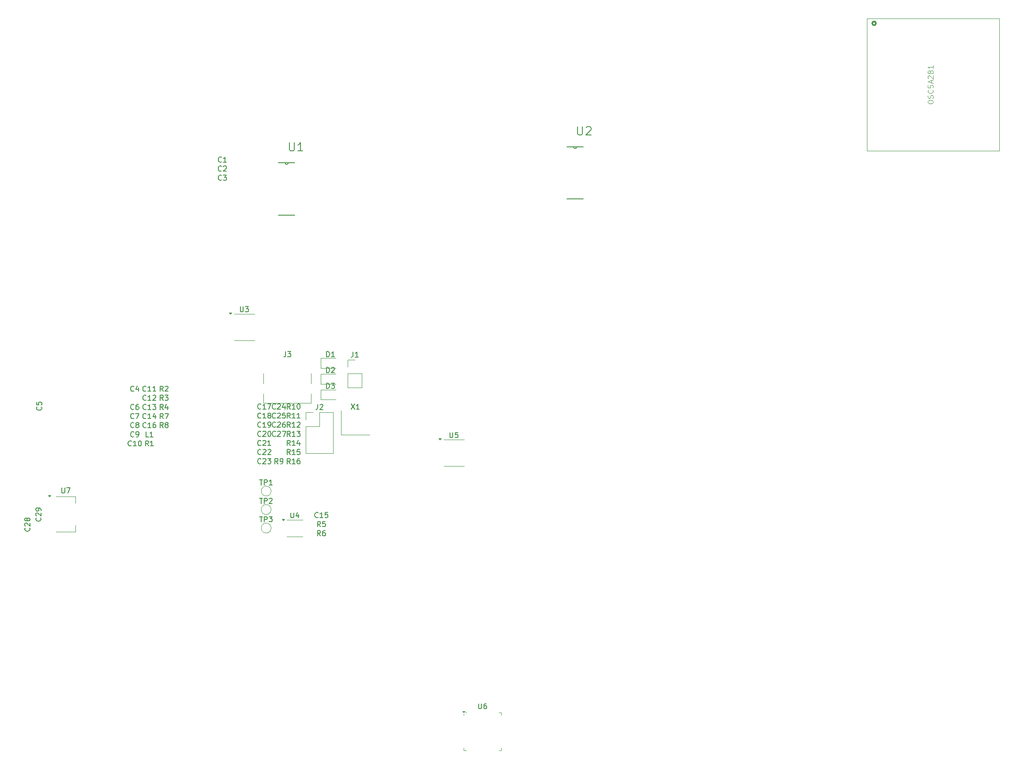
<source format=gbr>
%TF.GenerationSoftware,KiCad,Pcbnew,9.0.4*%
%TF.CreationDate,2025-09-29T16:45:49+02:00*%
%TF.ProjectId,gpsdo,67707364-6f2e-46b6-9963-61645f706362,rev?*%
%TF.SameCoordinates,Original*%
%TF.FileFunction,Legend,Top*%
%TF.FilePolarity,Positive*%
%FSLAX46Y46*%
G04 Gerber Fmt 4.6, Leading zero omitted, Abs format (unit mm)*
G04 Created by KiCad (PCBNEW 9.0.4) date 2025-09-29 16:45:49*
%MOMM*%
%LPD*%
G01*
G04 APERTURE LIST*
%ADD10C,0.150000*%
%ADD11C,0.100000*%
%ADD12C,0.120000*%
%ADD13C,0.152400*%
%ADD14C,0.300000*%
G04 APERTURE END LIST*
D10*
X78782976Y-118869819D02*
X79449642Y-119869819D01*
X79449642Y-118869819D02*
X78782976Y-119869819D01*
X80354404Y-119869819D02*
X79782976Y-119869819D01*
X80068690Y-119869819D02*
X80068690Y-118869819D01*
X80068690Y-118869819D02*
X79973452Y-119012676D01*
X79973452Y-119012676D02*
X79878214Y-119107914D01*
X79878214Y-119107914D02*
X79782976Y-119155533D01*
X23238095Y-134954819D02*
X23238095Y-135764342D01*
X23238095Y-135764342D02*
X23285714Y-135859580D01*
X23285714Y-135859580D02*
X23333333Y-135907200D01*
X23333333Y-135907200D02*
X23428571Y-135954819D01*
X23428571Y-135954819D02*
X23619047Y-135954819D01*
X23619047Y-135954819D02*
X23714285Y-135907200D01*
X23714285Y-135907200D02*
X23761904Y-135859580D01*
X23761904Y-135859580D02*
X23809523Y-135764342D01*
X23809523Y-135764342D02*
X23809523Y-134954819D01*
X24190476Y-134954819D02*
X24857142Y-134954819D01*
X24857142Y-134954819D02*
X24428571Y-135954819D01*
X103238095Y-176374819D02*
X103238095Y-177184342D01*
X103238095Y-177184342D02*
X103285714Y-177279580D01*
X103285714Y-177279580D02*
X103333333Y-177327200D01*
X103333333Y-177327200D02*
X103428571Y-177374819D01*
X103428571Y-177374819D02*
X103619047Y-177374819D01*
X103619047Y-177374819D02*
X103714285Y-177327200D01*
X103714285Y-177327200D02*
X103761904Y-177279580D01*
X103761904Y-177279580D02*
X103809523Y-177184342D01*
X103809523Y-177184342D02*
X103809523Y-176374819D01*
X104714285Y-176374819D02*
X104523809Y-176374819D01*
X104523809Y-176374819D02*
X104428571Y-176422438D01*
X104428571Y-176422438D02*
X104380952Y-176470057D01*
X104380952Y-176470057D02*
X104285714Y-176612914D01*
X104285714Y-176612914D02*
X104238095Y-176803390D01*
X104238095Y-176803390D02*
X104238095Y-177184342D01*
X104238095Y-177184342D02*
X104285714Y-177279580D01*
X104285714Y-177279580D02*
X104333333Y-177327200D01*
X104333333Y-177327200D02*
X104428571Y-177374819D01*
X104428571Y-177374819D02*
X104619047Y-177374819D01*
X104619047Y-177374819D02*
X104714285Y-177327200D01*
X104714285Y-177327200D02*
X104761904Y-177279580D01*
X104761904Y-177279580D02*
X104809523Y-177184342D01*
X104809523Y-177184342D02*
X104809523Y-176946247D01*
X104809523Y-176946247D02*
X104761904Y-176851009D01*
X104761904Y-176851009D02*
X104714285Y-176803390D01*
X104714285Y-176803390D02*
X104619047Y-176755771D01*
X104619047Y-176755771D02*
X104428571Y-176755771D01*
X104428571Y-176755771D02*
X104333333Y-176803390D01*
X104333333Y-176803390D02*
X104285714Y-176851009D01*
X104285714Y-176851009D02*
X104238095Y-176946247D01*
X97738095Y-124304819D02*
X97738095Y-125114342D01*
X97738095Y-125114342D02*
X97785714Y-125209580D01*
X97785714Y-125209580D02*
X97833333Y-125257200D01*
X97833333Y-125257200D02*
X97928571Y-125304819D01*
X97928571Y-125304819D02*
X98119047Y-125304819D01*
X98119047Y-125304819D02*
X98214285Y-125257200D01*
X98214285Y-125257200D02*
X98261904Y-125209580D01*
X98261904Y-125209580D02*
X98309523Y-125114342D01*
X98309523Y-125114342D02*
X98309523Y-124304819D01*
X99261904Y-124304819D02*
X98785714Y-124304819D01*
X98785714Y-124304819D02*
X98738095Y-124781009D01*
X98738095Y-124781009D02*
X98785714Y-124733390D01*
X98785714Y-124733390D02*
X98880952Y-124685771D01*
X98880952Y-124685771D02*
X99119047Y-124685771D01*
X99119047Y-124685771D02*
X99214285Y-124733390D01*
X99214285Y-124733390D02*
X99261904Y-124781009D01*
X99261904Y-124781009D02*
X99309523Y-124876247D01*
X99309523Y-124876247D02*
X99309523Y-125114342D01*
X99309523Y-125114342D02*
X99261904Y-125209580D01*
X99261904Y-125209580D02*
X99214285Y-125257200D01*
X99214285Y-125257200D02*
X99119047Y-125304819D01*
X99119047Y-125304819D02*
X98880952Y-125304819D01*
X98880952Y-125304819D02*
X98785714Y-125257200D01*
X98785714Y-125257200D02*
X98738095Y-125209580D01*
X67195595Y-139704819D02*
X67195595Y-140514342D01*
X67195595Y-140514342D02*
X67243214Y-140609580D01*
X67243214Y-140609580D02*
X67290833Y-140657200D01*
X67290833Y-140657200D02*
X67386071Y-140704819D01*
X67386071Y-140704819D02*
X67576547Y-140704819D01*
X67576547Y-140704819D02*
X67671785Y-140657200D01*
X67671785Y-140657200D02*
X67719404Y-140609580D01*
X67719404Y-140609580D02*
X67767023Y-140514342D01*
X67767023Y-140514342D02*
X67767023Y-139704819D01*
X68671785Y-140038152D02*
X68671785Y-140704819D01*
X68433690Y-139657200D02*
X68195595Y-140371485D01*
X68195595Y-140371485D02*
X68814642Y-140371485D01*
X57513095Y-100149819D02*
X57513095Y-100959342D01*
X57513095Y-100959342D02*
X57560714Y-101054580D01*
X57560714Y-101054580D02*
X57608333Y-101102200D01*
X57608333Y-101102200D02*
X57703571Y-101149819D01*
X57703571Y-101149819D02*
X57894047Y-101149819D01*
X57894047Y-101149819D02*
X57989285Y-101102200D01*
X57989285Y-101102200D02*
X58036904Y-101054580D01*
X58036904Y-101054580D02*
X58084523Y-100959342D01*
X58084523Y-100959342D02*
X58084523Y-100149819D01*
X58465476Y-100149819D02*
X59084523Y-100149819D01*
X59084523Y-100149819D02*
X58751190Y-100530771D01*
X58751190Y-100530771D02*
X58894047Y-100530771D01*
X58894047Y-100530771D02*
X58989285Y-100578390D01*
X58989285Y-100578390D02*
X59036904Y-100626009D01*
X59036904Y-100626009D02*
X59084523Y-100721247D01*
X59084523Y-100721247D02*
X59084523Y-100959342D01*
X59084523Y-100959342D02*
X59036904Y-101054580D01*
X59036904Y-101054580D02*
X58989285Y-101102200D01*
X58989285Y-101102200D02*
X58894047Y-101149819D01*
X58894047Y-101149819D02*
X58608333Y-101149819D01*
X58608333Y-101149819D02*
X58513095Y-101102200D01*
X58513095Y-101102200D02*
X58465476Y-101054580D01*
X61215595Y-140476819D02*
X61787023Y-140476819D01*
X61501309Y-141476819D02*
X61501309Y-140476819D01*
X62120357Y-141476819D02*
X62120357Y-140476819D01*
X62120357Y-140476819D02*
X62501309Y-140476819D01*
X62501309Y-140476819D02*
X62596547Y-140524438D01*
X62596547Y-140524438D02*
X62644166Y-140572057D01*
X62644166Y-140572057D02*
X62691785Y-140667295D01*
X62691785Y-140667295D02*
X62691785Y-140810152D01*
X62691785Y-140810152D02*
X62644166Y-140905390D01*
X62644166Y-140905390D02*
X62596547Y-140953009D01*
X62596547Y-140953009D02*
X62501309Y-141000628D01*
X62501309Y-141000628D02*
X62120357Y-141000628D01*
X63025119Y-140476819D02*
X63644166Y-140476819D01*
X63644166Y-140476819D02*
X63310833Y-140857771D01*
X63310833Y-140857771D02*
X63453690Y-140857771D01*
X63453690Y-140857771D02*
X63548928Y-140905390D01*
X63548928Y-140905390D02*
X63596547Y-140953009D01*
X63596547Y-140953009D02*
X63644166Y-141048247D01*
X63644166Y-141048247D02*
X63644166Y-141286342D01*
X63644166Y-141286342D02*
X63596547Y-141381580D01*
X63596547Y-141381580D02*
X63548928Y-141429200D01*
X63548928Y-141429200D02*
X63453690Y-141476819D01*
X63453690Y-141476819D02*
X63167976Y-141476819D01*
X63167976Y-141476819D02*
X63072738Y-141429200D01*
X63072738Y-141429200D02*
X63025119Y-141381580D01*
X61215595Y-136926819D02*
X61787023Y-136926819D01*
X61501309Y-137926819D02*
X61501309Y-136926819D01*
X62120357Y-137926819D02*
X62120357Y-136926819D01*
X62120357Y-136926819D02*
X62501309Y-136926819D01*
X62501309Y-136926819D02*
X62596547Y-136974438D01*
X62596547Y-136974438D02*
X62644166Y-137022057D01*
X62644166Y-137022057D02*
X62691785Y-137117295D01*
X62691785Y-137117295D02*
X62691785Y-137260152D01*
X62691785Y-137260152D02*
X62644166Y-137355390D01*
X62644166Y-137355390D02*
X62596547Y-137403009D01*
X62596547Y-137403009D02*
X62501309Y-137450628D01*
X62501309Y-137450628D02*
X62120357Y-137450628D01*
X63072738Y-137022057D02*
X63120357Y-136974438D01*
X63120357Y-136974438D02*
X63215595Y-136926819D01*
X63215595Y-136926819D02*
X63453690Y-136926819D01*
X63453690Y-136926819D02*
X63548928Y-136974438D01*
X63548928Y-136974438D02*
X63596547Y-137022057D01*
X63596547Y-137022057D02*
X63644166Y-137117295D01*
X63644166Y-137117295D02*
X63644166Y-137212533D01*
X63644166Y-137212533D02*
X63596547Y-137355390D01*
X63596547Y-137355390D02*
X63025119Y-137926819D01*
X63025119Y-137926819D02*
X63644166Y-137926819D01*
X61215595Y-133376819D02*
X61787023Y-133376819D01*
X61501309Y-134376819D02*
X61501309Y-133376819D01*
X62120357Y-134376819D02*
X62120357Y-133376819D01*
X62120357Y-133376819D02*
X62501309Y-133376819D01*
X62501309Y-133376819D02*
X62596547Y-133424438D01*
X62596547Y-133424438D02*
X62644166Y-133472057D01*
X62644166Y-133472057D02*
X62691785Y-133567295D01*
X62691785Y-133567295D02*
X62691785Y-133710152D01*
X62691785Y-133710152D02*
X62644166Y-133805390D01*
X62644166Y-133805390D02*
X62596547Y-133853009D01*
X62596547Y-133853009D02*
X62501309Y-133900628D01*
X62501309Y-133900628D02*
X62120357Y-133900628D01*
X63644166Y-134376819D02*
X63072738Y-134376819D01*
X63358452Y-134376819D02*
X63358452Y-133376819D01*
X63358452Y-133376819D02*
X63263214Y-133519676D01*
X63263214Y-133519676D02*
X63167976Y-133614914D01*
X63167976Y-133614914D02*
X63072738Y-133662533D01*
X67084642Y-130324819D02*
X66751309Y-129848628D01*
X66513214Y-130324819D02*
X66513214Y-129324819D01*
X66513214Y-129324819D02*
X66894166Y-129324819D01*
X66894166Y-129324819D02*
X66989404Y-129372438D01*
X66989404Y-129372438D02*
X67037023Y-129420057D01*
X67037023Y-129420057D02*
X67084642Y-129515295D01*
X67084642Y-129515295D02*
X67084642Y-129658152D01*
X67084642Y-129658152D02*
X67037023Y-129753390D01*
X67037023Y-129753390D02*
X66989404Y-129801009D01*
X66989404Y-129801009D02*
X66894166Y-129848628D01*
X66894166Y-129848628D02*
X66513214Y-129848628D01*
X68037023Y-130324819D02*
X67465595Y-130324819D01*
X67751309Y-130324819D02*
X67751309Y-129324819D01*
X67751309Y-129324819D02*
X67656071Y-129467676D01*
X67656071Y-129467676D02*
X67560833Y-129562914D01*
X67560833Y-129562914D02*
X67465595Y-129610533D01*
X68894166Y-129324819D02*
X68703690Y-129324819D01*
X68703690Y-129324819D02*
X68608452Y-129372438D01*
X68608452Y-129372438D02*
X68560833Y-129420057D01*
X68560833Y-129420057D02*
X68465595Y-129562914D01*
X68465595Y-129562914D02*
X68417976Y-129753390D01*
X68417976Y-129753390D02*
X68417976Y-130134342D01*
X68417976Y-130134342D02*
X68465595Y-130229580D01*
X68465595Y-130229580D02*
X68513214Y-130277200D01*
X68513214Y-130277200D02*
X68608452Y-130324819D01*
X68608452Y-130324819D02*
X68798928Y-130324819D01*
X68798928Y-130324819D02*
X68894166Y-130277200D01*
X68894166Y-130277200D02*
X68941785Y-130229580D01*
X68941785Y-130229580D02*
X68989404Y-130134342D01*
X68989404Y-130134342D02*
X68989404Y-129896247D01*
X68989404Y-129896247D02*
X68941785Y-129801009D01*
X68941785Y-129801009D02*
X68894166Y-129753390D01*
X68894166Y-129753390D02*
X68798928Y-129705771D01*
X68798928Y-129705771D02*
X68608452Y-129705771D01*
X68608452Y-129705771D02*
X68513214Y-129753390D01*
X68513214Y-129753390D02*
X68465595Y-129801009D01*
X68465595Y-129801009D02*
X68417976Y-129896247D01*
X67084642Y-128574819D02*
X66751309Y-128098628D01*
X66513214Y-128574819D02*
X66513214Y-127574819D01*
X66513214Y-127574819D02*
X66894166Y-127574819D01*
X66894166Y-127574819D02*
X66989404Y-127622438D01*
X66989404Y-127622438D02*
X67037023Y-127670057D01*
X67037023Y-127670057D02*
X67084642Y-127765295D01*
X67084642Y-127765295D02*
X67084642Y-127908152D01*
X67084642Y-127908152D02*
X67037023Y-128003390D01*
X67037023Y-128003390D02*
X66989404Y-128051009D01*
X66989404Y-128051009D02*
X66894166Y-128098628D01*
X66894166Y-128098628D02*
X66513214Y-128098628D01*
X68037023Y-128574819D02*
X67465595Y-128574819D01*
X67751309Y-128574819D02*
X67751309Y-127574819D01*
X67751309Y-127574819D02*
X67656071Y-127717676D01*
X67656071Y-127717676D02*
X67560833Y-127812914D01*
X67560833Y-127812914D02*
X67465595Y-127860533D01*
X68941785Y-127574819D02*
X68465595Y-127574819D01*
X68465595Y-127574819D02*
X68417976Y-128051009D01*
X68417976Y-128051009D02*
X68465595Y-128003390D01*
X68465595Y-128003390D02*
X68560833Y-127955771D01*
X68560833Y-127955771D02*
X68798928Y-127955771D01*
X68798928Y-127955771D02*
X68894166Y-128003390D01*
X68894166Y-128003390D02*
X68941785Y-128051009D01*
X68941785Y-128051009D02*
X68989404Y-128146247D01*
X68989404Y-128146247D02*
X68989404Y-128384342D01*
X68989404Y-128384342D02*
X68941785Y-128479580D01*
X68941785Y-128479580D02*
X68894166Y-128527200D01*
X68894166Y-128527200D02*
X68798928Y-128574819D01*
X68798928Y-128574819D02*
X68560833Y-128574819D01*
X68560833Y-128574819D02*
X68465595Y-128527200D01*
X68465595Y-128527200D02*
X68417976Y-128479580D01*
X67084642Y-126824819D02*
X66751309Y-126348628D01*
X66513214Y-126824819D02*
X66513214Y-125824819D01*
X66513214Y-125824819D02*
X66894166Y-125824819D01*
X66894166Y-125824819D02*
X66989404Y-125872438D01*
X66989404Y-125872438D02*
X67037023Y-125920057D01*
X67037023Y-125920057D02*
X67084642Y-126015295D01*
X67084642Y-126015295D02*
X67084642Y-126158152D01*
X67084642Y-126158152D02*
X67037023Y-126253390D01*
X67037023Y-126253390D02*
X66989404Y-126301009D01*
X66989404Y-126301009D02*
X66894166Y-126348628D01*
X66894166Y-126348628D02*
X66513214Y-126348628D01*
X68037023Y-126824819D02*
X67465595Y-126824819D01*
X67751309Y-126824819D02*
X67751309Y-125824819D01*
X67751309Y-125824819D02*
X67656071Y-125967676D01*
X67656071Y-125967676D02*
X67560833Y-126062914D01*
X67560833Y-126062914D02*
X67465595Y-126110533D01*
X68894166Y-126158152D02*
X68894166Y-126824819D01*
X68656071Y-125777200D02*
X68417976Y-126491485D01*
X68417976Y-126491485D02*
X69037023Y-126491485D01*
X67084642Y-125074819D02*
X66751309Y-124598628D01*
X66513214Y-125074819D02*
X66513214Y-124074819D01*
X66513214Y-124074819D02*
X66894166Y-124074819D01*
X66894166Y-124074819D02*
X66989404Y-124122438D01*
X66989404Y-124122438D02*
X67037023Y-124170057D01*
X67037023Y-124170057D02*
X67084642Y-124265295D01*
X67084642Y-124265295D02*
X67084642Y-124408152D01*
X67084642Y-124408152D02*
X67037023Y-124503390D01*
X67037023Y-124503390D02*
X66989404Y-124551009D01*
X66989404Y-124551009D02*
X66894166Y-124598628D01*
X66894166Y-124598628D02*
X66513214Y-124598628D01*
X68037023Y-125074819D02*
X67465595Y-125074819D01*
X67751309Y-125074819D02*
X67751309Y-124074819D01*
X67751309Y-124074819D02*
X67656071Y-124217676D01*
X67656071Y-124217676D02*
X67560833Y-124312914D01*
X67560833Y-124312914D02*
X67465595Y-124360533D01*
X68370357Y-124074819D02*
X68989404Y-124074819D01*
X68989404Y-124074819D02*
X68656071Y-124455771D01*
X68656071Y-124455771D02*
X68798928Y-124455771D01*
X68798928Y-124455771D02*
X68894166Y-124503390D01*
X68894166Y-124503390D02*
X68941785Y-124551009D01*
X68941785Y-124551009D02*
X68989404Y-124646247D01*
X68989404Y-124646247D02*
X68989404Y-124884342D01*
X68989404Y-124884342D02*
X68941785Y-124979580D01*
X68941785Y-124979580D02*
X68894166Y-125027200D01*
X68894166Y-125027200D02*
X68798928Y-125074819D01*
X68798928Y-125074819D02*
X68513214Y-125074819D01*
X68513214Y-125074819D02*
X68417976Y-125027200D01*
X68417976Y-125027200D02*
X68370357Y-124979580D01*
X67084642Y-123324819D02*
X66751309Y-122848628D01*
X66513214Y-123324819D02*
X66513214Y-122324819D01*
X66513214Y-122324819D02*
X66894166Y-122324819D01*
X66894166Y-122324819D02*
X66989404Y-122372438D01*
X66989404Y-122372438D02*
X67037023Y-122420057D01*
X67037023Y-122420057D02*
X67084642Y-122515295D01*
X67084642Y-122515295D02*
X67084642Y-122658152D01*
X67084642Y-122658152D02*
X67037023Y-122753390D01*
X67037023Y-122753390D02*
X66989404Y-122801009D01*
X66989404Y-122801009D02*
X66894166Y-122848628D01*
X66894166Y-122848628D02*
X66513214Y-122848628D01*
X68037023Y-123324819D02*
X67465595Y-123324819D01*
X67751309Y-123324819D02*
X67751309Y-122324819D01*
X67751309Y-122324819D02*
X67656071Y-122467676D01*
X67656071Y-122467676D02*
X67560833Y-122562914D01*
X67560833Y-122562914D02*
X67465595Y-122610533D01*
X68417976Y-122420057D02*
X68465595Y-122372438D01*
X68465595Y-122372438D02*
X68560833Y-122324819D01*
X68560833Y-122324819D02*
X68798928Y-122324819D01*
X68798928Y-122324819D02*
X68894166Y-122372438D01*
X68894166Y-122372438D02*
X68941785Y-122420057D01*
X68941785Y-122420057D02*
X68989404Y-122515295D01*
X68989404Y-122515295D02*
X68989404Y-122610533D01*
X68989404Y-122610533D02*
X68941785Y-122753390D01*
X68941785Y-122753390D02*
X68370357Y-123324819D01*
X68370357Y-123324819D02*
X68989404Y-123324819D01*
X67084642Y-121574819D02*
X66751309Y-121098628D01*
X66513214Y-121574819D02*
X66513214Y-120574819D01*
X66513214Y-120574819D02*
X66894166Y-120574819D01*
X66894166Y-120574819D02*
X66989404Y-120622438D01*
X66989404Y-120622438D02*
X67037023Y-120670057D01*
X67037023Y-120670057D02*
X67084642Y-120765295D01*
X67084642Y-120765295D02*
X67084642Y-120908152D01*
X67084642Y-120908152D02*
X67037023Y-121003390D01*
X67037023Y-121003390D02*
X66989404Y-121051009D01*
X66989404Y-121051009D02*
X66894166Y-121098628D01*
X66894166Y-121098628D02*
X66513214Y-121098628D01*
X68037023Y-121574819D02*
X67465595Y-121574819D01*
X67751309Y-121574819D02*
X67751309Y-120574819D01*
X67751309Y-120574819D02*
X67656071Y-120717676D01*
X67656071Y-120717676D02*
X67560833Y-120812914D01*
X67560833Y-120812914D02*
X67465595Y-120860533D01*
X68989404Y-121574819D02*
X68417976Y-121574819D01*
X68703690Y-121574819D02*
X68703690Y-120574819D01*
X68703690Y-120574819D02*
X68608452Y-120717676D01*
X68608452Y-120717676D02*
X68513214Y-120812914D01*
X68513214Y-120812914D02*
X68417976Y-120860533D01*
X67084642Y-119824819D02*
X66751309Y-119348628D01*
X66513214Y-119824819D02*
X66513214Y-118824819D01*
X66513214Y-118824819D02*
X66894166Y-118824819D01*
X66894166Y-118824819D02*
X66989404Y-118872438D01*
X66989404Y-118872438D02*
X67037023Y-118920057D01*
X67037023Y-118920057D02*
X67084642Y-119015295D01*
X67084642Y-119015295D02*
X67084642Y-119158152D01*
X67084642Y-119158152D02*
X67037023Y-119253390D01*
X67037023Y-119253390D02*
X66989404Y-119301009D01*
X66989404Y-119301009D02*
X66894166Y-119348628D01*
X66894166Y-119348628D02*
X66513214Y-119348628D01*
X68037023Y-119824819D02*
X67465595Y-119824819D01*
X67751309Y-119824819D02*
X67751309Y-118824819D01*
X67751309Y-118824819D02*
X67656071Y-118967676D01*
X67656071Y-118967676D02*
X67560833Y-119062914D01*
X67560833Y-119062914D02*
X67465595Y-119110533D01*
X68656071Y-118824819D02*
X68751309Y-118824819D01*
X68751309Y-118824819D02*
X68846547Y-118872438D01*
X68846547Y-118872438D02*
X68894166Y-118920057D01*
X68894166Y-118920057D02*
X68941785Y-119015295D01*
X68941785Y-119015295D02*
X68989404Y-119205771D01*
X68989404Y-119205771D02*
X68989404Y-119443866D01*
X68989404Y-119443866D02*
X68941785Y-119634342D01*
X68941785Y-119634342D02*
X68894166Y-119729580D01*
X68894166Y-119729580D02*
X68846547Y-119777200D01*
X68846547Y-119777200D02*
X68751309Y-119824819D01*
X68751309Y-119824819D02*
X68656071Y-119824819D01*
X68656071Y-119824819D02*
X68560833Y-119777200D01*
X68560833Y-119777200D02*
X68513214Y-119729580D01*
X68513214Y-119729580D02*
X68465595Y-119634342D01*
X68465595Y-119634342D02*
X68417976Y-119443866D01*
X68417976Y-119443866D02*
X68417976Y-119205771D01*
X68417976Y-119205771D02*
X68465595Y-119015295D01*
X68465595Y-119015295D02*
X68513214Y-118920057D01*
X68513214Y-118920057D02*
X68560833Y-118872438D01*
X68560833Y-118872438D02*
X68656071Y-118824819D01*
X64750833Y-130324819D02*
X64417500Y-129848628D01*
X64179405Y-130324819D02*
X64179405Y-129324819D01*
X64179405Y-129324819D02*
X64560357Y-129324819D01*
X64560357Y-129324819D02*
X64655595Y-129372438D01*
X64655595Y-129372438D02*
X64703214Y-129420057D01*
X64703214Y-129420057D02*
X64750833Y-129515295D01*
X64750833Y-129515295D02*
X64750833Y-129658152D01*
X64750833Y-129658152D02*
X64703214Y-129753390D01*
X64703214Y-129753390D02*
X64655595Y-129801009D01*
X64655595Y-129801009D02*
X64560357Y-129848628D01*
X64560357Y-129848628D02*
X64179405Y-129848628D01*
X65227024Y-130324819D02*
X65417500Y-130324819D01*
X65417500Y-130324819D02*
X65512738Y-130277200D01*
X65512738Y-130277200D02*
X65560357Y-130229580D01*
X65560357Y-130229580D02*
X65655595Y-130086723D01*
X65655595Y-130086723D02*
X65703214Y-129896247D01*
X65703214Y-129896247D02*
X65703214Y-129515295D01*
X65703214Y-129515295D02*
X65655595Y-129420057D01*
X65655595Y-129420057D02*
X65607976Y-129372438D01*
X65607976Y-129372438D02*
X65512738Y-129324819D01*
X65512738Y-129324819D02*
X65322262Y-129324819D01*
X65322262Y-129324819D02*
X65227024Y-129372438D01*
X65227024Y-129372438D02*
X65179405Y-129420057D01*
X65179405Y-129420057D02*
X65131786Y-129515295D01*
X65131786Y-129515295D02*
X65131786Y-129753390D01*
X65131786Y-129753390D02*
X65179405Y-129848628D01*
X65179405Y-129848628D02*
X65227024Y-129896247D01*
X65227024Y-129896247D02*
X65322262Y-129943866D01*
X65322262Y-129943866D02*
X65512738Y-129943866D01*
X65512738Y-129943866D02*
X65607976Y-129896247D01*
X65607976Y-129896247D02*
X65655595Y-129848628D01*
X65655595Y-129848628D02*
X65703214Y-129753390D01*
X72900833Y-144154819D02*
X72567500Y-143678628D01*
X72329405Y-144154819D02*
X72329405Y-143154819D01*
X72329405Y-143154819D02*
X72710357Y-143154819D01*
X72710357Y-143154819D02*
X72805595Y-143202438D01*
X72805595Y-143202438D02*
X72853214Y-143250057D01*
X72853214Y-143250057D02*
X72900833Y-143345295D01*
X72900833Y-143345295D02*
X72900833Y-143488152D01*
X72900833Y-143488152D02*
X72853214Y-143583390D01*
X72853214Y-143583390D02*
X72805595Y-143631009D01*
X72805595Y-143631009D02*
X72710357Y-143678628D01*
X72710357Y-143678628D02*
X72329405Y-143678628D01*
X73757976Y-143154819D02*
X73567500Y-143154819D01*
X73567500Y-143154819D02*
X73472262Y-143202438D01*
X73472262Y-143202438D02*
X73424643Y-143250057D01*
X73424643Y-143250057D02*
X73329405Y-143392914D01*
X73329405Y-143392914D02*
X73281786Y-143583390D01*
X73281786Y-143583390D02*
X73281786Y-143964342D01*
X73281786Y-143964342D02*
X73329405Y-144059580D01*
X73329405Y-144059580D02*
X73377024Y-144107200D01*
X73377024Y-144107200D02*
X73472262Y-144154819D01*
X73472262Y-144154819D02*
X73662738Y-144154819D01*
X73662738Y-144154819D02*
X73757976Y-144107200D01*
X73757976Y-144107200D02*
X73805595Y-144059580D01*
X73805595Y-144059580D02*
X73853214Y-143964342D01*
X73853214Y-143964342D02*
X73853214Y-143726247D01*
X73853214Y-143726247D02*
X73805595Y-143631009D01*
X73805595Y-143631009D02*
X73757976Y-143583390D01*
X73757976Y-143583390D02*
X73662738Y-143535771D01*
X73662738Y-143535771D02*
X73472262Y-143535771D01*
X73472262Y-143535771D02*
X73377024Y-143583390D01*
X73377024Y-143583390D02*
X73329405Y-143631009D01*
X73329405Y-143631009D02*
X73281786Y-143726247D01*
X72900833Y-142404819D02*
X72567500Y-141928628D01*
X72329405Y-142404819D02*
X72329405Y-141404819D01*
X72329405Y-141404819D02*
X72710357Y-141404819D01*
X72710357Y-141404819D02*
X72805595Y-141452438D01*
X72805595Y-141452438D02*
X72853214Y-141500057D01*
X72853214Y-141500057D02*
X72900833Y-141595295D01*
X72900833Y-141595295D02*
X72900833Y-141738152D01*
X72900833Y-141738152D02*
X72853214Y-141833390D01*
X72853214Y-141833390D02*
X72805595Y-141881009D01*
X72805595Y-141881009D02*
X72710357Y-141928628D01*
X72710357Y-141928628D02*
X72329405Y-141928628D01*
X73805595Y-141404819D02*
X73329405Y-141404819D01*
X73329405Y-141404819D02*
X73281786Y-141881009D01*
X73281786Y-141881009D02*
X73329405Y-141833390D01*
X73329405Y-141833390D02*
X73424643Y-141785771D01*
X73424643Y-141785771D02*
X73662738Y-141785771D01*
X73662738Y-141785771D02*
X73757976Y-141833390D01*
X73757976Y-141833390D02*
X73805595Y-141881009D01*
X73805595Y-141881009D02*
X73853214Y-141976247D01*
X73853214Y-141976247D02*
X73853214Y-142214342D01*
X73853214Y-142214342D02*
X73805595Y-142309580D01*
X73805595Y-142309580D02*
X73757976Y-142357200D01*
X73757976Y-142357200D02*
X73662738Y-142404819D01*
X73662738Y-142404819D02*
X73424643Y-142404819D01*
X73424643Y-142404819D02*
X73329405Y-142357200D01*
X73329405Y-142357200D02*
X73281786Y-142309580D01*
X66214166Y-108794819D02*
X66214166Y-109509104D01*
X66214166Y-109509104D02*
X66166547Y-109651961D01*
X66166547Y-109651961D02*
X66071309Y-109747200D01*
X66071309Y-109747200D02*
X65928452Y-109794819D01*
X65928452Y-109794819D02*
X65833214Y-109794819D01*
X66595119Y-108794819D02*
X67214166Y-108794819D01*
X67214166Y-108794819D02*
X66880833Y-109175771D01*
X66880833Y-109175771D02*
X67023690Y-109175771D01*
X67023690Y-109175771D02*
X67118928Y-109223390D01*
X67118928Y-109223390D02*
X67166547Y-109271009D01*
X67166547Y-109271009D02*
X67214166Y-109366247D01*
X67214166Y-109366247D02*
X67214166Y-109604342D01*
X67214166Y-109604342D02*
X67166547Y-109699580D01*
X67166547Y-109699580D02*
X67118928Y-109747200D01*
X67118928Y-109747200D02*
X67023690Y-109794819D01*
X67023690Y-109794819D02*
X66737976Y-109794819D01*
X66737976Y-109794819D02*
X66642738Y-109747200D01*
X66642738Y-109747200D02*
X66595119Y-109699580D01*
X72364166Y-118914819D02*
X72364166Y-119629104D01*
X72364166Y-119629104D02*
X72316547Y-119771961D01*
X72316547Y-119771961D02*
X72221309Y-119867200D01*
X72221309Y-119867200D02*
X72078452Y-119914819D01*
X72078452Y-119914819D02*
X71983214Y-119914819D01*
X72792738Y-119010057D02*
X72840357Y-118962438D01*
X72840357Y-118962438D02*
X72935595Y-118914819D01*
X72935595Y-118914819D02*
X73173690Y-118914819D01*
X73173690Y-118914819D02*
X73268928Y-118962438D01*
X73268928Y-118962438D02*
X73316547Y-119010057D01*
X73316547Y-119010057D02*
X73364166Y-119105295D01*
X73364166Y-119105295D02*
X73364166Y-119200533D01*
X73364166Y-119200533D02*
X73316547Y-119343390D01*
X73316547Y-119343390D02*
X72745119Y-119914819D01*
X72745119Y-119914819D02*
X73364166Y-119914819D01*
X79144166Y-108834819D02*
X79144166Y-109549104D01*
X79144166Y-109549104D02*
X79096547Y-109691961D01*
X79096547Y-109691961D02*
X79001309Y-109787200D01*
X79001309Y-109787200D02*
X78858452Y-109834819D01*
X78858452Y-109834819D02*
X78763214Y-109834819D01*
X80144166Y-109834819D02*
X79572738Y-109834819D01*
X79858452Y-109834819D02*
X79858452Y-108834819D01*
X79858452Y-108834819D02*
X79763214Y-108977676D01*
X79763214Y-108977676D02*
X79667976Y-109072914D01*
X79667976Y-109072914D02*
X79572738Y-109120533D01*
X74074405Y-115869819D02*
X74074405Y-114869819D01*
X74074405Y-114869819D02*
X74312500Y-114869819D01*
X74312500Y-114869819D02*
X74455357Y-114917438D01*
X74455357Y-114917438D02*
X74550595Y-115012676D01*
X74550595Y-115012676D02*
X74598214Y-115107914D01*
X74598214Y-115107914D02*
X74645833Y-115298390D01*
X74645833Y-115298390D02*
X74645833Y-115441247D01*
X74645833Y-115441247D02*
X74598214Y-115631723D01*
X74598214Y-115631723D02*
X74550595Y-115726961D01*
X74550595Y-115726961D02*
X74455357Y-115822200D01*
X74455357Y-115822200D02*
X74312500Y-115869819D01*
X74312500Y-115869819D02*
X74074405Y-115869819D01*
X74979167Y-114869819D02*
X75598214Y-114869819D01*
X75598214Y-114869819D02*
X75264881Y-115250771D01*
X75264881Y-115250771D02*
X75407738Y-115250771D01*
X75407738Y-115250771D02*
X75502976Y-115298390D01*
X75502976Y-115298390D02*
X75550595Y-115346009D01*
X75550595Y-115346009D02*
X75598214Y-115441247D01*
X75598214Y-115441247D02*
X75598214Y-115679342D01*
X75598214Y-115679342D02*
X75550595Y-115774580D01*
X75550595Y-115774580D02*
X75502976Y-115822200D01*
X75502976Y-115822200D02*
X75407738Y-115869819D01*
X75407738Y-115869819D02*
X75122024Y-115869819D01*
X75122024Y-115869819D02*
X75026786Y-115822200D01*
X75026786Y-115822200D02*
X74979167Y-115774580D01*
X74074405Y-112829819D02*
X74074405Y-111829819D01*
X74074405Y-111829819D02*
X74312500Y-111829819D01*
X74312500Y-111829819D02*
X74455357Y-111877438D01*
X74455357Y-111877438D02*
X74550595Y-111972676D01*
X74550595Y-111972676D02*
X74598214Y-112067914D01*
X74598214Y-112067914D02*
X74645833Y-112258390D01*
X74645833Y-112258390D02*
X74645833Y-112401247D01*
X74645833Y-112401247D02*
X74598214Y-112591723D01*
X74598214Y-112591723D02*
X74550595Y-112686961D01*
X74550595Y-112686961D02*
X74455357Y-112782200D01*
X74455357Y-112782200D02*
X74312500Y-112829819D01*
X74312500Y-112829819D02*
X74074405Y-112829819D01*
X75026786Y-111925057D02*
X75074405Y-111877438D01*
X75074405Y-111877438D02*
X75169643Y-111829819D01*
X75169643Y-111829819D02*
X75407738Y-111829819D01*
X75407738Y-111829819D02*
X75502976Y-111877438D01*
X75502976Y-111877438D02*
X75550595Y-111925057D01*
X75550595Y-111925057D02*
X75598214Y-112020295D01*
X75598214Y-112020295D02*
X75598214Y-112115533D01*
X75598214Y-112115533D02*
X75550595Y-112258390D01*
X75550595Y-112258390D02*
X74979167Y-112829819D01*
X74979167Y-112829819D02*
X75598214Y-112829819D01*
X74074405Y-109789819D02*
X74074405Y-108789819D01*
X74074405Y-108789819D02*
X74312500Y-108789819D01*
X74312500Y-108789819D02*
X74455357Y-108837438D01*
X74455357Y-108837438D02*
X74550595Y-108932676D01*
X74550595Y-108932676D02*
X74598214Y-109027914D01*
X74598214Y-109027914D02*
X74645833Y-109218390D01*
X74645833Y-109218390D02*
X74645833Y-109361247D01*
X74645833Y-109361247D02*
X74598214Y-109551723D01*
X74598214Y-109551723D02*
X74550595Y-109646961D01*
X74550595Y-109646961D02*
X74455357Y-109742200D01*
X74455357Y-109742200D02*
X74312500Y-109789819D01*
X74312500Y-109789819D02*
X74074405Y-109789819D01*
X75598214Y-109789819D02*
X75026786Y-109789819D01*
X75312500Y-109789819D02*
X75312500Y-108789819D01*
X75312500Y-108789819D02*
X75217262Y-108932676D01*
X75217262Y-108932676D02*
X75122024Y-109027914D01*
X75122024Y-109027914D02*
X75026786Y-109075533D01*
X19159580Y-140710357D02*
X19207200Y-140757976D01*
X19207200Y-140757976D02*
X19254819Y-140900833D01*
X19254819Y-140900833D02*
X19254819Y-140996071D01*
X19254819Y-140996071D02*
X19207200Y-141138928D01*
X19207200Y-141138928D02*
X19111961Y-141234166D01*
X19111961Y-141234166D02*
X19016723Y-141281785D01*
X19016723Y-141281785D02*
X18826247Y-141329404D01*
X18826247Y-141329404D02*
X18683390Y-141329404D01*
X18683390Y-141329404D02*
X18492914Y-141281785D01*
X18492914Y-141281785D02*
X18397676Y-141234166D01*
X18397676Y-141234166D02*
X18302438Y-141138928D01*
X18302438Y-141138928D02*
X18254819Y-140996071D01*
X18254819Y-140996071D02*
X18254819Y-140900833D01*
X18254819Y-140900833D02*
X18302438Y-140757976D01*
X18302438Y-140757976D02*
X18350057Y-140710357D01*
X18350057Y-140329404D02*
X18302438Y-140281785D01*
X18302438Y-140281785D02*
X18254819Y-140186547D01*
X18254819Y-140186547D02*
X18254819Y-139948452D01*
X18254819Y-139948452D02*
X18302438Y-139853214D01*
X18302438Y-139853214D02*
X18350057Y-139805595D01*
X18350057Y-139805595D02*
X18445295Y-139757976D01*
X18445295Y-139757976D02*
X18540533Y-139757976D01*
X18540533Y-139757976D02*
X18683390Y-139805595D01*
X18683390Y-139805595D02*
X19254819Y-140377023D01*
X19254819Y-140377023D02*
X19254819Y-139757976D01*
X19254819Y-139281785D02*
X19254819Y-139091309D01*
X19254819Y-139091309D02*
X19207200Y-138996071D01*
X19207200Y-138996071D02*
X19159580Y-138948452D01*
X19159580Y-138948452D02*
X19016723Y-138853214D01*
X19016723Y-138853214D02*
X18826247Y-138805595D01*
X18826247Y-138805595D02*
X18445295Y-138805595D01*
X18445295Y-138805595D02*
X18350057Y-138853214D01*
X18350057Y-138853214D02*
X18302438Y-138900833D01*
X18302438Y-138900833D02*
X18254819Y-138996071D01*
X18254819Y-138996071D02*
X18254819Y-139186547D01*
X18254819Y-139186547D02*
X18302438Y-139281785D01*
X18302438Y-139281785D02*
X18350057Y-139329404D01*
X18350057Y-139329404D02*
X18445295Y-139377023D01*
X18445295Y-139377023D02*
X18683390Y-139377023D01*
X18683390Y-139377023D02*
X18778628Y-139329404D01*
X18778628Y-139329404D02*
X18826247Y-139281785D01*
X18826247Y-139281785D02*
X18873866Y-139186547D01*
X18873866Y-139186547D02*
X18873866Y-138996071D01*
X18873866Y-138996071D02*
X18826247Y-138900833D01*
X18826247Y-138900833D02*
X18778628Y-138853214D01*
X18778628Y-138853214D02*
X18683390Y-138805595D01*
X17059580Y-142642857D02*
X17107200Y-142690476D01*
X17107200Y-142690476D02*
X17154819Y-142833333D01*
X17154819Y-142833333D02*
X17154819Y-142928571D01*
X17154819Y-142928571D02*
X17107200Y-143071428D01*
X17107200Y-143071428D02*
X17011961Y-143166666D01*
X17011961Y-143166666D02*
X16916723Y-143214285D01*
X16916723Y-143214285D02*
X16726247Y-143261904D01*
X16726247Y-143261904D02*
X16583390Y-143261904D01*
X16583390Y-143261904D02*
X16392914Y-143214285D01*
X16392914Y-143214285D02*
X16297676Y-143166666D01*
X16297676Y-143166666D02*
X16202438Y-143071428D01*
X16202438Y-143071428D02*
X16154819Y-142928571D01*
X16154819Y-142928571D02*
X16154819Y-142833333D01*
X16154819Y-142833333D02*
X16202438Y-142690476D01*
X16202438Y-142690476D02*
X16250057Y-142642857D01*
X16250057Y-142261904D02*
X16202438Y-142214285D01*
X16202438Y-142214285D02*
X16154819Y-142119047D01*
X16154819Y-142119047D02*
X16154819Y-141880952D01*
X16154819Y-141880952D02*
X16202438Y-141785714D01*
X16202438Y-141785714D02*
X16250057Y-141738095D01*
X16250057Y-141738095D02*
X16345295Y-141690476D01*
X16345295Y-141690476D02*
X16440533Y-141690476D01*
X16440533Y-141690476D02*
X16583390Y-141738095D01*
X16583390Y-141738095D02*
X17154819Y-142309523D01*
X17154819Y-142309523D02*
X17154819Y-141690476D01*
X16583390Y-141119047D02*
X16535771Y-141214285D01*
X16535771Y-141214285D02*
X16488152Y-141261904D01*
X16488152Y-141261904D02*
X16392914Y-141309523D01*
X16392914Y-141309523D02*
X16345295Y-141309523D01*
X16345295Y-141309523D02*
X16250057Y-141261904D01*
X16250057Y-141261904D02*
X16202438Y-141214285D01*
X16202438Y-141214285D02*
X16154819Y-141119047D01*
X16154819Y-141119047D02*
X16154819Y-140928571D01*
X16154819Y-140928571D02*
X16202438Y-140833333D01*
X16202438Y-140833333D02*
X16250057Y-140785714D01*
X16250057Y-140785714D02*
X16345295Y-140738095D01*
X16345295Y-140738095D02*
X16392914Y-140738095D01*
X16392914Y-140738095D02*
X16488152Y-140785714D01*
X16488152Y-140785714D02*
X16535771Y-140833333D01*
X16535771Y-140833333D02*
X16583390Y-140928571D01*
X16583390Y-140928571D02*
X16583390Y-141119047D01*
X16583390Y-141119047D02*
X16631009Y-141214285D01*
X16631009Y-141214285D02*
X16678628Y-141261904D01*
X16678628Y-141261904D02*
X16773866Y-141309523D01*
X16773866Y-141309523D02*
X16964342Y-141309523D01*
X16964342Y-141309523D02*
X17059580Y-141261904D01*
X17059580Y-141261904D02*
X17107200Y-141214285D01*
X17107200Y-141214285D02*
X17154819Y-141119047D01*
X17154819Y-141119047D02*
X17154819Y-140928571D01*
X17154819Y-140928571D02*
X17107200Y-140833333D01*
X17107200Y-140833333D02*
X17059580Y-140785714D01*
X17059580Y-140785714D02*
X16964342Y-140738095D01*
X16964342Y-140738095D02*
X16773866Y-140738095D01*
X16773866Y-140738095D02*
X16678628Y-140785714D01*
X16678628Y-140785714D02*
X16631009Y-140833333D01*
X16631009Y-140833333D02*
X16583390Y-140928571D01*
X64274642Y-124979580D02*
X64227023Y-125027200D01*
X64227023Y-125027200D02*
X64084166Y-125074819D01*
X64084166Y-125074819D02*
X63988928Y-125074819D01*
X63988928Y-125074819D02*
X63846071Y-125027200D01*
X63846071Y-125027200D02*
X63750833Y-124931961D01*
X63750833Y-124931961D02*
X63703214Y-124836723D01*
X63703214Y-124836723D02*
X63655595Y-124646247D01*
X63655595Y-124646247D02*
X63655595Y-124503390D01*
X63655595Y-124503390D02*
X63703214Y-124312914D01*
X63703214Y-124312914D02*
X63750833Y-124217676D01*
X63750833Y-124217676D02*
X63846071Y-124122438D01*
X63846071Y-124122438D02*
X63988928Y-124074819D01*
X63988928Y-124074819D02*
X64084166Y-124074819D01*
X64084166Y-124074819D02*
X64227023Y-124122438D01*
X64227023Y-124122438D02*
X64274642Y-124170057D01*
X64655595Y-124170057D02*
X64703214Y-124122438D01*
X64703214Y-124122438D02*
X64798452Y-124074819D01*
X64798452Y-124074819D02*
X65036547Y-124074819D01*
X65036547Y-124074819D02*
X65131785Y-124122438D01*
X65131785Y-124122438D02*
X65179404Y-124170057D01*
X65179404Y-124170057D02*
X65227023Y-124265295D01*
X65227023Y-124265295D02*
X65227023Y-124360533D01*
X65227023Y-124360533D02*
X65179404Y-124503390D01*
X65179404Y-124503390D02*
X64607976Y-125074819D01*
X64607976Y-125074819D02*
X65227023Y-125074819D01*
X65560357Y-124074819D02*
X66227023Y-124074819D01*
X66227023Y-124074819D02*
X65798452Y-125074819D01*
X64274642Y-123229580D02*
X64227023Y-123277200D01*
X64227023Y-123277200D02*
X64084166Y-123324819D01*
X64084166Y-123324819D02*
X63988928Y-123324819D01*
X63988928Y-123324819D02*
X63846071Y-123277200D01*
X63846071Y-123277200D02*
X63750833Y-123181961D01*
X63750833Y-123181961D02*
X63703214Y-123086723D01*
X63703214Y-123086723D02*
X63655595Y-122896247D01*
X63655595Y-122896247D02*
X63655595Y-122753390D01*
X63655595Y-122753390D02*
X63703214Y-122562914D01*
X63703214Y-122562914D02*
X63750833Y-122467676D01*
X63750833Y-122467676D02*
X63846071Y-122372438D01*
X63846071Y-122372438D02*
X63988928Y-122324819D01*
X63988928Y-122324819D02*
X64084166Y-122324819D01*
X64084166Y-122324819D02*
X64227023Y-122372438D01*
X64227023Y-122372438D02*
X64274642Y-122420057D01*
X64655595Y-122420057D02*
X64703214Y-122372438D01*
X64703214Y-122372438D02*
X64798452Y-122324819D01*
X64798452Y-122324819D02*
X65036547Y-122324819D01*
X65036547Y-122324819D02*
X65131785Y-122372438D01*
X65131785Y-122372438D02*
X65179404Y-122420057D01*
X65179404Y-122420057D02*
X65227023Y-122515295D01*
X65227023Y-122515295D02*
X65227023Y-122610533D01*
X65227023Y-122610533D02*
X65179404Y-122753390D01*
X65179404Y-122753390D02*
X64607976Y-123324819D01*
X64607976Y-123324819D02*
X65227023Y-123324819D01*
X66084166Y-122324819D02*
X65893690Y-122324819D01*
X65893690Y-122324819D02*
X65798452Y-122372438D01*
X65798452Y-122372438D02*
X65750833Y-122420057D01*
X65750833Y-122420057D02*
X65655595Y-122562914D01*
X65655595Y-122562914D02*
X65607976Y-122753390D01*
X65607976Y-122753390D02*
X65607976Y-123134342D01*
X65607976Y-123134342D02*
X65655595Y-123229580D01*
X65655595Y-123229580D02*
X65703214Y-123277200D01*
X65703214Y-123277200D02*
X65798452Y-123324819D01*
X65798452Y-123324819D02*
X65988928Y-123324819D01*
X65988928Y-123324819D02*
X66084166Y-123277200D01*
X66084166Y-123277200D02*
X66131785Y-123229580D01*
X66131785Y-123229580D02*
X66179404Y-123134342D01*
X66179404Y-123134342D02*
X66179404Y-122896247D01*
X66179404Y-122896247D02*
X66131785Y-122801009D01*
X66131785Y-122801009D02*
X66084166Y-122753390D01*
X66084166Y-122753390D02*
X65988928Y-122705771D01*
X65988928Y-122705771D02*
X65798452Y-122705771D01*
X65798452Y-122705771D02*
X65703214Y-122753390D01*
X65703214Y-122753390D02*
X65655595Y-122801009D01*
X65655595Y-122801009D02*
X65607976Y-122896247D01*
X64274642Y-121479580D02*
X64227023Y-121527200D01*
X64227023Y-121527200D02*
X64084166Y-121574819D01*
X64084166Y-121574819D02*
X63988928Y-121574819D01*
X63988928Y-121574819D02*
X63846071Y-121527200D01*
X63846071Y-121527200D02*
X63750833Y-121431961D01*
X63750833Y-121431961D02*
X63703214Y-121336723D01*
X63703214Y-121336723D02*
X63655595Y-121146247D01*
X63655595Y-121146247D02*
X63655595Y-121003390D01*
X63655595Y-121003390D02*
X63703214Y-120812914D01*
X63703214Y-120812914D02*
X63750833Y-120717676D01*
X63750833Y-120717676D02*
X63846071Y-120622438D01*
X63846071Y-120622438D02*
X63988928Y-120574819D01*
X63988928Y-120574819D02*
X64084166Y-120574819D01*
X64084166Y-120574819D02*
X64227023Y-120622438D01*
X64227023Y-120622438D02*
X64274642Y-120670057D01*
X64655595Y-120670057D02*
X64703214Y-120622438D01*
X64703214Y-120622438D02*
X64798452Y-120574819D01*
X64798452Y-120574819D02*
X65036547Y-120574819D01*
X65036547Y-120574819D02*
X65131785Y-120622438D01*
X65131785Y-120622438D02*
X65179404Y-120670057D01*
X65179404Y-120670057D02*
X65227023Y-120765295D01*
X65227023Y-120765295D02*
X65227023Y-120860533D01*
X65227023Y-120860533D02*
X65179404Y-121003390D01*
X65179404Y-121003390D02*
X64607976Y-121574819D01*
X64607976Y-121574819D02*
X65227023Y-121574819D01*
X66131785Y-120574819D02*
X65655595Y-120574819D01*
X65655595Y-120574819D02*
X65607976Y-121051009D01*
X65607976Y-121051009D02*
X65655595Y-121003390D01*
X65655595Y-121003390D02*
X65750833Y-120955771D01*
X65750833Y-120955771D02*
X65988928Y-120955771D01*
X65988928Y-120955771D02*
X66084166Y-121003390D01*
X66084166Y-121003390D02*
X66131785Y-121051009D01*
X66131785Y-121051009D02*
X66179404Y-121146247D01*
X66179404Y-121146247D02*
X66179404Y-121384342D01*
X66179404Y-121384342D02*
X66131785Y-121479580D01*
X66131785Y-121479580D02*
X66084166Y-121527200D01*
X66084166Y-121527200D02*
X65988928Y-121574819D01*
X65988928Y-121574819D02*
X65750833Y-121574819D01*
X65750833Y-121574819D02*
X65655595Y-121527200D01*
X65655595Y-121527200D02*
X65607976Y-121479580D01*
X64274642Y-119729580D02*
X64227023Y-119777200D01*
X64227023Y-119777200D02*
X64084166Y-119824819D01*
X64084166Y-119824819D02*
X63988928Y-119824819D01*
X63988928Y-119824819D02*
X63846071Y-119777200D01*
X63846071Y-119777200D02*
X63750833Y-119681961D01*
X63750833Y-119681961D02*
X63703214Y-119586723D01*
X63703214Y-119586723D02*
X63655595Y-119396247D01*
X63655595Y-119396247D02*
X63655595Y-119253390D01*
X63655595Y-119253390D02*
X63703214Y-119062914D01*
X63703214Y-119062914D02*
X63750833Y-118967676D01*
X63750833Y-118967676D02*
X63846071Y-118872438D01*
X63846071Y-118872438D02*
X63988928Y-118824819D01*
X63988928Y-118824819D02*
X64084166Y-118824819D01*
X64084166Y-118824819D02*
X64227023Y-118872438D01*
X64227023Y-118872438D02*
X64274642Y-118920057D01*
X64655595Y-118920057D02*
X64703214Y-118872438D01*
X64703214Y-118872438D02*
X64798452Y-118824819D01*
X64798452Y-118824819D02*
X65036547Y-118824819D01*
X65036547Y-118824819D02*
X65131785Y-118872438D01*
X65131785Y-118872438D02*
X65179404Y-118920057D01*
X65179404Y-118920057D02*
X65227023Y-119015295D01*
X65227023Y-119015295D02*
X65227023Y-119110533D01*
X65227023Y-119110533D02*
X65179404Y-119253390D01*
X65179404Y-119253390D02*
X64607976Y-119824819D01*
X64607976Y-119824819D02*
X65227023Y-119824819D01*
X66084166Y-119158152D02*
X66084166Y-119824819D01*
X65846071Y-118777200D02*
X65607976Y-119491485D01*
X65607976Y-119491485D02*
X66227023Y-119491485D01*
X61464642Y-130229580D02*
X61417023Y-130277200D01*
X61417023Y-130277200D02*
X61274166Y-130324819D01*
X61274166Y-130324819D02*
X61178928Y-130324819D01*
X61178928Y-130324819D02*
X61036071Y-130277200D01*
X61036071Y-130277200D02*
X60940833Y-130181961D01*
X60940833Y-130181961D02*
X60893214Y-130086723D01*
X60893214Y-130086723D02*
X60845595Y-129896247D01*
X60845595Y-129896247D02*
X60845595Y-129753390D01*
X60845595Y-129753390D02*
X60893214Y-129562914D01*
X60893214Y-129562914D02*
X60940833Y-129467676D01*
X60940833Y-129467676D02*
X61036071Y-129372438D01*
X61036071Y-129372438D02*
X61178928Y-129324819D01*
X61178928Y-129324819D02*
X61274166Y-129324819D01*
X61274166Y-129324819D02*
X61417023Y-129372438D01*
X61417023Y-129372438D02*
X61464642Y-129420057D01*
X61845595Y-129420057D02*
X61893214Y-129372438D01*
X61893214Y-129372438D02*
X61988452Y-129324819D01*
X61988452Y-129324819D02*
X62226547Y-129324819D01*
X62226547Y-129324819D02*
X62321785Y-129372438D01*
X62321785Y-129372438D02*
X62369404Y-129420057D01*
X62369404Y-129420057D02*
X62417023Y-129515295D01*
X62417023Y-129515295D02*
X62417023Y-129610533D01*
X62417023Y-129610533D02*
X62369404Y-129753390D01*
X62369404Y-129753390D02*
X61797976Y-130324819D01*
X61797976Y-130324819D02*
X62417023Y-130324819D01*
X62750357Y-129324819D02*
X63369404Y-129324819D01*
X63369404Y-129324819D02*
X63036071Y-129705771D01*
X63036071Y-129705771D02*
X63178928Y-129705771D01*
X63178928Y-129705771D02*
X63274166Y-129753390D01*
X63274166Y-129753390D02*
X63321785Y-129801009D01*
X63321785Y-129801009D02*
X63369404Y-129896247D01*
X63369404Y-129896247D02*
X63369404Y-130134342D01*
X63369404Y-130134342D02*
X63321785Y-130229580D01*
X63321785Y-130229580D02*
X63274166Y-130277200D01*
X63274166Y-130277200D02*
X63178928Y-130324819D01*
X63178928Y-130324819D02*
X62893214Y-130324819D01*
X62893214Y-130324819D02*
X62797976Y-130277200D01*
X62797976Y-130277200D02*
X62750357Y-130229580D01*
X61464642Y-128479580D02*
X61417023Y-128527200D01*
X61417023Y-128527200D02*
X61274166Y-128574819D01*
X61274166Y-128574819D02*
X61178928Y-128574819D01*
X61178928Y-128574819D02*
X61036071Y-128527200D01*
X61036071Y-128527200D02*
X60940833Y-128431961D01*
X60940833Y-128431961D02*
X60893214Y-128336723D01*
X60893214Y-128336723D02*
X60845595Y-128146247D01*
X60845595Y-128146247D02*
X60845595Y-128003390D01*
X60845595Y-128003390D02*
X60893214Y-127812914D01*
X60893214Y-127812914D02*
X60940833Y-127717676D01*
X60940833Y-127717676D02*
X61036071Y-127622438D01*
X61036071Y-127622438D02*
X61178928Y-127574819D01*
X61178928Y-127574819D02*
X61274166Y-127574819D01*
X61274166Y-127574819D02*
X61417023Y-127622438D01*
X61417023Y-127622438D02*
X61464642Y-127670057D01*
X61845595Y-127670057D02*
X61893214Y-127622438D01*
X61893214Y-127622438D02*
X61988452Y-127574819D01*
X61988452Y-127574819D02*
X62226547Y-127574819D01*
X62226547Y-127574819D02*
X62321785Y-127622438D01*
X62321785Y-127622438D02*
X62369404Y-127670057D01*
X62369404Y-127670057D02*
X62417023Y-127765295D01*
X62417023Y-127765295D02*
X62417023Y-127860533D01*
X62417023Y-127860533D02*
X62369404Y-128003390D01*
X62369404Y-128003390D02*
X61797976Y-128574819D01*
X61797976Y-128574819D02*
X62417023Y-128574819D01*
X62797976Y-127670057D02*
X62845595Y-127622438D01*
X62845595Y-127622438D02*
X62940833Y-127574819D01*
X62940833Y-127574819D02*
X63178928Y-127574819D01*
X63178928Y-127574819D02*
X63274166Y-127622438D01*
X63274166Y-127622438D02*
X63321785Y-127670057D01*
X63321785Y-127670057D02*
X63369404Y-127765295D01*
X63369404Y-127765295D02*
X63369404Y-127860533D01*
X63369404Y-127860533D02*
X63321785Y-128003390D01*
X63321785Y-128003390D02*
X62750357Y-128574819D01*
X62750357Y-128574819D02*
X63369404Y-128574819D01*
X61464642Y-126729580D02*
X61417023Y-126777200D01*
X61417023Y-126777200D02*
X61274166Y-126824819D01*
X61274166Y-126824819D02*
X61178928Y-126824819D01*
X61178928Y-126824819D02*
X61036071Y-126777200D01*
X61036071Y-126777200D02*
X60940833Y-126681961D01*
X60940833Y-126681961D02*
X60893214Y-126586723D01*
X60893214Y-126586723D02*
X60845595Y-126396247D01*
X60845595Y-126396247D02*
X60845595Y-126253390D01*
X60845595Y-126253390D02*
X60893214Y-126062914D01*
X60893214Y-126062914D02*
X60940833Y-125967676D01*
X60940833Y-125967676D02*
X61036071Y-125872438D01*
X61036071Y-125872438D02*
X61178928Y-125824819D01*
X61178928Y-125824819D02*
X61274166Y-125824819D01*
X61274166Y-125824819D02*
X61417023Y-125872438D01*
X61417023Y-125872438D02*
X61464642Y-125920057D01*
X61845595Y-125920057D02*
X61893214Y-125872438D01*
X61893214Y-125872438D02*
X61988452Y-125824819D01*
X61988452Y-125824819D02*
X62226547Y-125824819D01*
X62226547Y-125824819D02*
X62321785Y-125872438D01*
X62321785Y-125872438D02*
X62369404Y-125920057D01*
X62369404Y-125920057D02*
X62417023Y-126015295D01*
X62417023Y-126015295D02*
X62417023Y-126110533D01*
X62417023Y-126110533D02*
X62369404Y-126253390D01*
X62369404Y-126253390D02*
X61797976Y-126824819D01*
X61797976Y-126824819D02*
X62417023Y-126824819D01*
X63369404Y-126824819D02*
X62797976Y-126824819D01*
X63083690Y-126824819D02*
X63083690Y-125824819D01*
X63083690Y-125824819D02*
X62988452Y-125967676D01*
X62988452Y-125967676D02*
X62893214Y-126062914D01*
X62893214Y-126062914D02*
X62797976Y-126110533D01*
X61464642Y-124979580D02*
X61417023Y-125027200D01*
X61417023Y-125027200D02*
X61274166Y-125074819D01*
X61274166Y-125074819D02*
X61178928Y-125074819D01*
X61178928Y-125074819D02*
X61036071Y-125027200D01*
X61036071Y-125027200D02*
X60940833Y-124931961D01*
X60940833Y-124931961D02*
X60893214Y-124836723D01*
X60893214Y-124836723D02*
X60845595Y-124646247D01*
X60845595Y-124646247D02*
X60845595Y-124503390D01*
X60845595Y-124503390D02*
X60893214Y-124312914D01*
X60893214Y-124312914D02*
X60940833Y-124217676D01*
X60940833Y-124217676D02*
X61036071Y-124122438D01*
X61036071Y-124122438D02*
X61178928Y-124074819D01*
X61178928Y-124074819D02*
X61274166Y-124074819D01*
X61274166Y-124074819D02*
X61417023Y-124122438D01*
X61417023Y-124122438D02*
X61464642Y-124170057D01*
X61845595Y-124170057D02*
X61893214Y-124122438D01*
X61893214Y-124122438D02*
X61988452Y-124074819D01*
X61988452Y-124074819D02*
X62226547Y-124074819D01*
X62226547Y-124074819D02*
X62321785Y-124122438D01*
X62321785Y-124122438D02*
X62369404Y-124170057D01*
X62369404Y-124170057D02*
X62417023Y-124265295D01*
X62417023Y-124265295D02*
X62417023Y-124360533D01*
X62417023Y-124360533D02*
X62369404Y-124503390D01*
X62369404Y-124503390D02*
X61797976Y-125074819D01*
X61797976Y-125074819D02*
X62417023Y-125074819D01*
X63036071Y-124074819D02*
X63131309Y-124074819D01*
X63131309Y-124074819D02*
X63226547Y-124122438D01*
X63226547Y-124122438D02*
X63274166Y-124170057D01*
X63274166Y-124170057D02*
X63321785Y-124265295D01*
X63321785Y-124265295D02*
X63369404Y-124455771D01*
X63369404Y-124455771D02*
X63369404Y-124693866D01*
X63369404Y-124693866D02*
X63321785Y-124884342D01*
X63321785Y-124884342D02*
X63274166Y-124979580D01*
X63274166Y-124979580D02*
X63226547Y-125027200D01*
X63226547Y-125027200D02*
X63131309Y-125074819D01*
X63131309Y-125074819D02*
X63036071Y-125074819D01*
X63036071Y-125074819D02*
X62940833Y-125027200D01*
X62940833Y-125027200D02*
X62893214Y-124979580D01*
X62893214Y-124979580D02*
X62845595Y-124884342D01*
X62845595Y-124884342D02*
X62797976Y-124693866D01*
X62797976Y-124693866D02*
X62797976Y-124455771D01*
X62797976Y-124455771D02*
X62845595Y-124265295D01*
X62845595Y-124265295D02*
X62893214Y-124170057D01*
X62893214Y-124170057D02*
X62940833Y-124122438D01*
X62940833Y-124122438D02*
X63036071Y-124074819D01*
X61464642Y-123229580D02*
X61417023Y-123277200D01*
X61417023Y-123277200D02*
X61274166Y-123324819D01*
X61274166Y-123324819D02*
X61178928Y-123324819D01*
X61178928Y-123324819D02*
X61036071Y-123277200D01*
X61036071Y-123277200D02*
X60940833Y-123181961D01*
X60940833Y-123181961D02*
X60893214Y-123086723D01*
X60893214Y-123086723D02*
X60845595Y-122896247D01*
X60845595Y-122896247D02*
X60845595Y-122753390D01*
X60845595Y-122753390D02*
X60893214Y-122562914D01*
X60893214Y-122562914D02*
X60940833Y-122467676D01*
X60940833Y-122467676D02*
X61036071Y-122372438D01*
X61036071Y-122372438D02*
X61178928Y-122324819D01*
X61178928Y-122324819D02*
X61274166Y-122324819D01*
X61274166Y-122324819D02*
X61417023Y-122372438D01*
X61417023Y-122372438D02*
X61464642Y-122420057D01*
X62417023Y-123324819D02*
X61845595Y-123324819D01*
X62131309Y-123324819D02*
X62131309Y-122324819D01*
X62131309Y-122324819D02*
X62036071Y-122467676D01*
X62036071Y-122467676D02*
X61940833Y-122562914D01*
X61940833Y-122562914D02*
X61845595Y-122610533D01*
X62893214Y-123324819D02*
X63083690Y-123324819D01*
X63083690Y-123324819D02*
X63178928Y-123277200D01*
X63178928Y-123277200D02*
X63226547Y-123229580D01*
X63226547Y-123229580D02*
X63321785Y-123086723D01*
X63321785Y-123086723D02*
X63369404Y-122896247D01*
X63369404Y-122896247D02*
X63369404Y-122515295D01*
X63369404Y-122515295D02*
X63321785Y-122420057D01*
X63321785Y-122420057D02*
X63274166Y-122372438D01*
X63274166Y-122372438D02*
X63178928Y-122324819D01*
X63178928Y-122324819D02*
X62988452Y-122324819D01*
X62988452Y-122324819D02*
X62893214Y-122372438D01*
X62893214Y-122372438D02*
X62845595Y-122420057D01*
X62845595Y-122420057D02*
X62797976Y-122515295D01*
X62797976Y-122515295D02*
X62797976Y-122753390D01*
X62797976Y-122753390D02*
X62845595Y-122848628D01*
X62845595Y-122848628D02*
X62893214Y-122896247D01*
X62893214Y-122896247D02*
X62988452Y-122943866D01*
X62988452Y-122943866D02*
X63178928Y-122943866D01*
X63178928Y-122943866D02*
X63274166Y-122896247D01*
X63274166Y-122896247D02*
X63321785Y-122848628D01*
X63321785Y-122848628D02*
X63369404Y-122753390D01*
X61464642Y-121479580D02*
X61417023Y-121527200D01*
X61417023Y-121527200D02*
X61274166Y-121574819D01*
X61274166Y-121574819D02*
X61178928Y-121574819D01*
X61178928Y-121574819D02*
X61036071Y-121527200D01*
X61036071Y-121527200D02*
X60940833Y-121431961D01*
X60940833Y-121431961D02*
X60893214Y-121336723D01*
X60893214Y-121336723D02*
X60845595Y-121146247D01*
X60845595Y-121146247D02*
X60845595Y-121003390D01*
X60845595Y-121003390D02*
X60893214Y-120812914D01*
X60893214Y-120812914D02*
X60940833Y-120717676D01*
X60940833Y-120717676D02*
X61036071Y-120622438D01*
X61036071Y-120622438D02*
X61178928Y-120574819D01*
X61178928Y-120574819D02*
X61274166Y-120574819D01*
X61274166Y-120574819D02*
X61417023Y-120622438D01*
X61417023Y-120622438D02*
X61464642Y-120670057D01*
X62417023Y-121574819D02*
X61845595Y-121574819D01*
X62131309Y-121574819D02*
X62131309Y-120574819D01*
X62131309Y-120574819D02*
X62036071Y-120717676D01*
X62036071Y-120717676D02*
X61940833Y-120812914D01*
X61940833Y-120812914D02*
X61845595Y-120860533D01*
X62988452Y-121003390D02*
X62893214Y-120955771D01*
X62893214Y-120955771D02*
X62845595Y-120908152D01*
X62845595Y-120908152D02*
X62797976Y-120812914D01*
X62797976Y-120812914D02*
X62797976Y-120765295D01*
X62797976Y-120765295D02*
X62845595Y-120670057D01*
X62845595Y-120670057D02*
X62893214Y-120622438D01*
X62893214Y-120622438D02*
X62988452Y-120574819D01*
X62988452Y-120574819D02*
X63178928Y-120574819D01*
X63178928Y-120574819D02*
X63274166Y-120622438D01*
X63274166Y-120622438D02*
X63321785Y-120670057D01*
X63321785Y-120670057D02*
X63369404Y-120765295D01*
X63369404Y-120765295D02*
X63369404Y-120812914D01*
X63369404Y-120812914D02*
X63321785Y-120908152D01*
X63321785Y-120908152D02*
X63274166Y-120955771D01*
X63274166Y-120955771D02*
X63178928Y-121003390D01*
X63178928Y-121003390D02*
X62988452Y-121003390D01*
X62988452Y-121003390D02*
X62893214Y-121051009D01*
X62893214Y-121051009D02*
X62845595Y-121098628D01*
X62845595Y-121098628D02*
X62797976Y-121193866D01*
X62797976Y-121193866D02*
X62797976Y-121384342D01*
X62797976Y-121384342D02*
X62845595Y-121479580D01*
X62845595Y-121479580D02*
X62893214Y-121527200D01*
X62893214Y-121527200D02*
X62988452Y-121574819D01*
X62988452Y-121574819D02*
X63178928Y-121574819D01*
X63178928Y-121574819D02*
X63274166Y-121527200D01*
X63274166Y-121527200D02*
X63321785Y-121479580D01*
X63321785Y-121479580D02*
X63369404Y-121384342D01*
X63369404Y-121384342D02*
X63369404Y-121193866D01*
X63369404Y-121193866D02*
X63321785Y-121098628D01*
X63321785Y-121098628D02*
X63274166Y-121051009D01*
X63274166Y-121051009D02*
X63178928Y-121003390D01*
X61464642Y-119729580D02*
X61417023Y-119777200D01*
X61417023Y-119777200D02*
X61274166Y-119824819D01*
X61274166Y-119824819D02*
X61178928Y-119824819D01*
X61178928Y-119824819D02*
X61036071Y-119777200D01*
X61036071Y-119777200D02*
X60940833Y-119681961D01*
X60940833Y-119681961D02*
X60893214Y-119586723D01*
X60893214Y-119586723D02*
X60845595Y-119396247D01*
X60845595Y-119396247D02*
X60845595Y-119253390D01*
X60845595Y-119253390D02*
X60893214Y-119062914D01*
X60893214Y-119062914D02*
X60940833Y-118967676D01*
X60940833Y-118967676D02*
X61036071Y-118872438D01*
X61036071Y-118872438D02*
X61178928Y-118824819D01*
X61178928Y-118824819D02*
X61274166Y-118824819D01*
X61274166Y-118824819D02*
X61417023Y-118872438D01*
X61417023Y-118872438D02*
X61464642Y-118920057D01*
X62417023Y-119824819D02*
X61845595Y-119824819D01*
X62131309Y-119824819D02*
X62131309Y-118824819D01*
X62131309Y-118824819D02*
X62036071Y-118967676D01*
X62036071Y-118967676D02*
X61940833Y-119062914D01*
X61940833Y-119062914D02*
X61845595Y-119110533D01*
X62750357Y-118824819D02*
X63417023Y-118824819D01*
X63417023Y-118824819D02*
X62988452Y-119824819D01*
X72424642Y-140559580D02*
X72377023Y-140607200D01*
X72377023Y-140607200D02*
X72234166Y-140654819D01*
X72234166Y-140654819D02*
X72138928Y-140654819D01*
X72138928Y-140654819D02*
X71996071Y-140607200D01*
X71996071Y-140607200D02*
X71900833Y-140511961D01*
X71900833Y-140511961D02*
X71853214Y-140416723D01*
X71853214Y-140416723D02*
X71805595Y-140226247D01*
X71805595Y-140226247D02*
X71805595Y-140083390D01*
X71805595Y-140083390D02*
X71853214Y-139892914D01*
X71853214Y-139892914D02*
X71900833Y-139797676D01*
X71900833Y-139797676D02*
X71996071Y-139702438D01*
X71996071Y-139702438D02*
X72138928Y-139654819D01*
X72138928Y-139654819D02*
X72234166Y-139654819D01*
X72234166Y-139654819D02*
X72377023Y-139702438D01*
X72377023Y-139702438D02*
X72424642Y-139750057D01*
X73377023Y-140654819D02*
X72805595Y-140654819D01*
X73091309Y-140654819D02*
X73091309Y-139654819D01*
X73091309Y-139654819D02*
X72996071Y-139797676D01*
X72996071Y-139797676D02*
X72900833Y-139892914D01*
X72900833Y-139892914D02*
X72805595Y-139940533D01*
X74281785Y-139654819D02*
X73805595Y-139654819D01*
X73805595Y-139654819D02*
X73757976Y-140131009D01*
X73757976Y-140131009D02*
X73805595Y-140083390D01*
X73805595Y-140083390D02*
X73900833Y-140035771D01*
X73900833Y-140035771D02*
X74138928Y-140035771D01*
X74138928Y-140035771D02*
X74234166Y-140083390D01*
X74234166Y-140083390D02*
X74281785Y-140131009D01*
X74281785Y-140131009D02*
X74329404Y-140226247D01*
X74329404Y-140226247D02*
X74329404Y-140464342D01*
X74329404Y-140464342D02*
X74281785Y-140559580D01*
X74281785Y-140559580D02*
X74234166Y-140607200D01*
X74234166Y-140607200D02*
X74138928Y-140654819D01*
X74138928Y-140654819D02*
X73900833Y-140654819D01*
X73900833Y-140654819D02*
X73805595Y-140607200D01*
X73805595Y-140607200D02*
X73757976Y-140559580D01*
X42710833Y-123404819D02*
X42377500Y-122928628D01*
X42139405Y-123404819D02*
X42139405Y-122404819D01*
X42139405Y-122404819D02*
X42520357Y-122404819D01*
X42520357Y-122404819D02*
X42615595Y-122452438D01*
X42615595Y-122452438D02*
X42663214Y-122500057D01*
X42663214Y-122500057D02*
X42710833Y-122595295D01*
X42710833Y-122595295D02*
X42710833Y-122738152D01*
X42710833Y-122738152D02*
X42663214Y-122833390D01*
X42663214Y-122833390D02*
X42615595Y-122881009D01*
X42615595Y-122881009D02*
X42520357Y-122928628D01*
X42520357Y-122928628D02*
X42139405Y-122928628D01*
X43282262Y-122833390D02*
X43187024Y-122785771D01*
X43187024Y-122785771D02*
X43139405Y-122738152D01*
X43139405Y-122738152D02*
X43091786Y-122642914D01*
X43091786Y-122642914D02*
X43091786Y-122595295D01*
X43091786Y-122595295D02*
X43139405Y-122500057D01*
X43139405Y-122500057D02*
X43187024Y-122452438D01*
X43187024Y-122452438D02*
X43282262Y-122404819D01*
X43282262Y-122404819D02*
X43472738Y-122404819D01*
X43472738Y-122404819D02*
X43567976Y-122452438D01*
X43567976Y-122452438D02*
X43615595Y-122500057D01*
X43615595Y-122500057D02*
X43663214Y-122595295D01*
X43663214Y-122595295D02*
X43663214Y-122642914D01*
X43663214Y-122642914D02*
X43615595Y-122738152D01*
X43615595Y-122738152D02*
X43567976Y-122785771D01*
X43567976Y-122785771D02*
X43472738Y-122833390D01*
X43472738Y-122833390D02*
X43282262Y-122833390D01*
X43282262Y-122833390D02*
X43187024Y-122881009D01*
X43187024Y-122881009D02*
X43139405Y-122928628D01*
X43139405Y-122928628D02*
X43091786Y-123023866D01*
X43091786Y-123023866D02*
X43091786Y-123214342D01*
X43091786Y-123214342D02*
X43139405Y-123309580D01*
X43139405Y-123309580D02*
X43187024Y-123357200D01*
X43187024Y-123357200D02*
X43282262Y-123404819D01*
X43282262Y-123404819D02*
X43472738Y-123404819D01*
X43472738Y-123404819D02*
X43567976Y-123357200D01*
X43567976Y-123357200D02*
X43615595Y-123309580D01*
X43615595Y-123309580D02*
X43663214Y-123214342D01*
X43663214Y-123214342D02*
X43663214Y-123023866D01*
X43663214Y-123023866D02*
X43615595Y-122928628D01*
X43615595Y-122928628D02*
X43567976Y-122881009D01*
X43567976Y-122881009D02*
X43472738Y-122833390D01*
X42710833Y-121654819D02*
X42377500Y-121178628D01*
X42139405Y-121654819D02*
X42139405Y-120654819D01*
X42139405Y-120654819D02*
X42520357Y-120654819D01*
X42520357Y-120654819D02*
X42615595Y-120702438D01*
X42615595Y-120702438D02*
X42663214Y-120750057D01*
X42663214Y-120750057D02*
X42710833Y-120845295D01*
X42710833Y-120845295D02*
X42710833Y-120988152D01*
X42710833Y-120988152D02*
X42663214Y-121083390D01*
X42663214Y-121083390D02*
X42615595Y-121131009D01*
X42615595Y-121131009D02*
X42520357Y-121178628D01*
X42520357Y-121178628D02*
X42139405Y-121178628D01*
X43044167Y-120654819D02*
X43710833Y-120654819D01*
X43710833Y-120654819D02*
X43282262Y-121654819D01*
X42710833Y-119904819D02*
X42377500Y-119428628D01*
X42139405Y-119904819D02*
X42139405Y-118904819D01*
X42139405Y-118904819D02*
X42520357Y-118904819D01*
X42520357Y-118904819D02*
X42615595Y-118952438D01*
X42615595Y-118952438D02*
X42663214Y-119000057D01*
X42663214Y-119000057D02*
X42710833Y-119095295D01*
X42710833Y-119095295D02*
X42710833Y-119238152D01*
X42710833Y-119238152D02*
X42663214Y-119333390D01*
X42663214Y-119333390D02*
X42615595Y-119381009D01*
X42615595Y-119381009D02*
X42520357Y-119428628D01*
X42520357Y-119428628D02*
X42139405Y-119428628D01*
X43567976Y-119238152D02*
X43567976Y-119904819D01*
X43329881Y-118857200D02*
X43091786Y-119571485D01*
X43091786Y-119571485D02*
X43710833Y-119571485D01*
X42710833Y-118154819D02*
X42377500Y-117678628D01*
X42139405Y-118154819D02*
X42139405Y-117154819D01*
X42139405Y-117154819D02*
X42520357Y-117154819D01*
X42520357Y-117154819D02*
X42615595Y-117202438D01*
X42615595Y-117202438D02*
X42663214Y-117250057D01*
X42663214Y-117250057D02*
X42710833Y-117345295D01*
X42710833Y-117345295D02*
X42710833Y-117488152D01*
X42710833Y-117488152D02*
X42663214Y-117583390D01*
X42663214Y-117583390D02*
X42615595Y-117631009D01*
X42615595Y-117631009D02*
X42520357Y-117678628D01*
X42520357Y-117678628D02*
X42139405Y-117678628D01*
X43044167Y-117154819D02*
X43663214Y-117154819D01*
X43663214Y-117154819D02*
X43329881Y-117535771D01*
X43329881Y-117535771D02*
X43472738Y-117535771D01*
X43472738Y-117535771D02*
X43567976Y-117583390D01*
X43567976Y-117583390D02*
X43615595Y-117631009D01*
X43615595Y-117631009D02*
X43663214Y-117726247D01*
X43663214Y-117726247D02*
X43663214Y-117964342D01*
X43663214Y-117964342D02*
X43615595Y-118059580D01*
X43615595Y-118059580D02*
X43567976Y-118107200D01*
X43567976Y-118107200D02*
X43472738Y-118154819D01*
X43472738Y-118154819D02*
X43187024Y-118154819D01*
X43187024Y-118154819D02*
X43091786Y-118107200D01*
X43091786Y-118107200D02*
X43044167Y-118059580D01*
X42710833Y-116404819D02*
X42377500Y-115928628D01*
X42139405Y-116404819D02*
X42139405Y-115404819D01*
X42139405Y-115404819D02*
X42520357Y-115404819D01*
X42520357Y-115404819D02*
X42615595Y-115452438D01*
X42615595Y-115452438D02*
X42663214Y-115500057D01*
X42663214Y-115500057D02*
X42710833Y-115595295D01*
X42710833Y-115595295D02*
X42710833Y-115738152D01*
X42710833Y-115738152D02*
X42663214Y-115833390D01*
X42663214Y-115833390D02*
X42615595Y-115881009D01*
X42615595Y-115881009D02*
X42520357Y-115928628D01*
X42520357Y-115928628D02*
X42139405Y-115928628D01*
X43091786Y-115500057D02*
X43139405Y-115452438D01*
X43139405Y-115452438D02*
X43234643Y-115404819D01*
X43234643Y-115404819D02*
X43472738Y-115404819D01*
X43472738Y-115404819D02*
X43567976Y-115452438D01*
X43567976Y-115452438D02*
X43615595Y-115500057D01*
X43615595Y-115500057D02*
X43663214Y-115595295D01*
X43663214Y-115595295D02*
X43663214Y-115690533D01*
X43663214Y-115690533D02*
X43615595Y-115833390D01*
X43615595Y-115833390D02*
X43044167Y-116404819D01*
X43044167Y-116404819D02*
X43663214Y-116404819D01*
X39900833Y-126904819D02*
X39567500Y-126428628D01*
X39329405Y-126904819D02*
X39329405Y-125904819D01*
X39329405Y-125904819D02*
X39710357Y-125904819D01*
X39710357Y-125904819D02*
X39805595Y-125952438D01*
X39805595Y-125952438D02*
X39853214Y-126000057D01*
X39853214Y-126000057D02*
X39900833Y-126095295D01*
X39900833Y-126095295D02*
X39900833Y-126238152D01*
X39900833Y-126238152D02*
X39853214Y-126333390D01*
X39853214Y-126333390D02*
X39805595Y-126381009D01*
X39805595Y-126381009D02*
X39710357Y-126428628D01*
X39710357Y-126428628D02*
X39329405Y-126428628D01*
X40853214Y-126904819D02*
X40281786Y-126904819D01*
X40567500Y-126904819D02*
X40567500Y-125904819D01*
X40567500Y-125904819D02*
X40472262Y-126047676D01*
X40472262Y-126047676D02*
X40377024Y-126142914D01*
X40377024Y-126142914D02*
X40281786Y-126190533D01*
X39900833Y-125154819D02*
X39424643Y-125154819D01*
X39424643Y-125154819D02*
X39424643Y-124154819D01*
X40757976Y-125154819D02*
X40186548Y-125154819D01*
X40472262Y-125154819D02*
X40472262Y-124154819D01*
X40472262Y-124154819D02*
X40377024Y-124297676D01*
X40377024Y-124297676D02*
X40281786Y-124392914D01*
X40281786Y-124392914D02*
X40186548Y-124440533D01*
X39424642Y-123309580D02*
X39377023Y-123357200D01*
X39377023Y-123357200D02*
X39234166Y-123404819D01*
X39234166Y-123404819D02*
X39138928Y-123404819D01*
X39138928Y-123404819D02*
X38996071Y-123357200D01*
X38996071Y-123357200D02*
X38900833Y-123261961D01*
X38900833Y-123261961D02*
X38853214Y-123166723D01*
X38853214Y-123166723D02*
X38805595Y-122976247D01*
X38805595Y-122976247D02*
X38805595Y-122833390D01*
X38805595Y-122833390D02*
X38853214Y-122642914D01*
X38853214Y-122642914D02*
X38900833Y-122547676D01*
X38900833Y-122547676D02*
X38996071Y-122452438D01*
X38996071Y-122452438D02*
X39138928Y-122404819D01*
X39138928Y-122404819D02*
X39234166Y-122404819D01*
X39234166Y-122404819D02*
X39377023Y-122452438D01*
X39377023Y-122452438D02*
X39424642Y-122500057D01*
X40377023Y-123404819D02*
X39805595Y-123404819D01*
X40091309Y-123404819D02*
X40091309Y-122404819D01*
X40091309Y-122404819D02*
X39996071Y-122547676D01*
X39996071Y-122547676D02*
X39900833Y-122642914D01*
X39900833Y-122642914D02*
X39805595Y-122690533D01*
X41234166Y-122404819D02*
X41043690Y-122404819D01*
X41043690Y-122404819D02*
X40948452Y-122452438D01*
X40948452Y-122452438D02*
X40900833Y-122500057D01*
X40900833Y-122500057D02*
X40805595Y-122642914D01*
X40805595Y-122642914D02*
X40757976Y-122833390D01*
X40757976Y-122833390D02*
X40757976Y-123214342D01*
X40757976Y-123214342D02*
X40805595Y-123309580D01*
X40805595Y-123309580D02*
X40853214Y-123357200D01*
X40853214Y-123357200D02*
X40948452Y-123404819D01*
X40948452Y-123404819D02*
X41138928Y-123404819D01*
X41138928Y-123404819D02*
X41234166Y-123357200D01*
X41234166Y-123357200D02*
X41281785Y-123309580D01*
X41281785Y-123309580D02*
X41329404Y-123214342D01*
X41329404Y-123214342D02*
X41329404Y-122976247D01*
X41329404Y-122976247D02*
X41281785Y-122881009D01*
X41281785Y-122881009D02*
X41234166Y-122833390D01*
X41234166Y-122833390D02*
X41138928Y-122785771D01*
X41138928Y-122785771D02*
X40948452Y-122785771D01*
X40948452Y-122785771D02*
X40853214Y-122833390D01*
X40853214Y-122833390D02*
X40805595Y-122881009D01*
X40805595Y-122881009D02*
X40757976Y-122976247D01*
X39424642Y-121559580D02*
X39377023Y-121607200D01*
X39377023Y-121607200D02*
X39234166Y-121654819D01*
X39234166Y-121654819D02*
X39138928Y-121654819D01*
X39138928Y-121654819D02*
X38996071Y-121607200D01*
X38996071Y-121607200D02*
X38900833Y-121511961D01*
X38900833Y-121511961D02*
X38853214Y-121416723D01*
X38853214Y-121416723D02*
X38805595Y-121226247D01*
X38805595Y-121226247D02*
X38805595Y-121083390D01*
X38805595Y-121083390D02*
X38853214Y-120892914D01*
X38853214Y-120892914D02*
X38900833Y-120797676D01*
X38900833Y-120797676D02*
X38996071Y-120702438D01*
X38996071Y-120702438D02*
X39138928Y-120654819D01*
X39138928Y-120654819D02*
X39234166Y-120654819D01*
X39234166Y-120654819D02*
X39377023Y-120702438D01*
X39377023Y-120702438D02*
X39424642Y-120750057D01*
X40377023Y-121654819D02*
X39805595Y-121654819D01*
X40091309Y-121654819D02*
X40091309Y-120654819D01*
X40091309Y-120654819D02*
X39996071Y-120797676D01*
X39996071Y-120797676D02*
X39900833Y-120892914D01*
X39900833Y-120892914D02*
X39805595Y-120940533D01*
X41234166Y-120988152D02*
X41234166Y-121654819D01*
X40996071Y-120607200D02*
X40757976Y-121321485D01*
X40757976Y-121321485D02*
X41377023Y-121321485D01*
X39424642Y-119809580D02*
X39377023Y-119857200D01*
X39377023Y-119857200D02*
X39234166Y-119904819D01*
X39234166Y-119904819D02*
X39138928Y-119904819D01*
X39138928Y-119904819D02*
X38996071Y-119857200D01*
X38996071Y-119857200D02*
X38900833Y-119761961D01*
X38900833Y-119761961D02*
X38853214Y-119666723D01*
X38853214Y-119666723D02*
X38805595Y-119476247D01*
X38805595Y-119476247D02*
X38805595Y-119333390D01*
X38805595Y-119333390D02*
X38853214Y-119142914D01*
X38853214Y-119142914D02*
X38900833Y-119047676D01*
X38900833Y-119047676D02*
X38996071Y-118952438D01*
X38996071Y-118952438D02*
X39138928Y-118904819D01*
X39138928Y-118904819D02*
X39234166Y-118904819D01*
X39234166Y-118904819D02*
X39377023Y-118952438D01*
X39377023Y-118952438D02*
X39424642Y-119000057D01*
X40377023Y-119904819D02*
X39805595Y-119904819D01*
X40091309Y-119904819D02*
X40091309Y-118904819D01*
X40091309Y-118904819D02*
X39996071Y-119047676D01*
X39996071Y-119047676D02*
X39900833Y-119142914D01*
X39900833Y-119142914D02*
X39805595Y-119190533D01*
X40710357Y-118904819D02*
X41329404Y-118904819D01*
X41329404Y-118904819D02*
X40996071Y-119285771D01*
X40996071Y-119285771D02*
X41138928Y-119285771D01*
X41138928Y-119285771D02*
X41234166Y-119333390D01*
X41234166Y-119333390D02*
X41281785Y-119381009D01*
X41281785Y-119381009D02*
X41329404Y-119476247D01*
X41329404Y-119476247D02*
X41329404Y-119714342D01*
X41329404Y-119714342D02*
X41281785Y-119809580D01*
X41281785Y-119809580D02*
X41234166Y-119857200D01*
X41234166Y-119857200D02*
X41138928Y-119904819D01*
X41138928Y-119904819D02*
X40853214Y-119904819D01*
X40853214Y-119904819D02*
X40757976Y-119857200D01*
X40757976Y-119857200D02*
X40710357Y-119809580D01*
X39424642Y-118059580D02*
X39377023Y-118107200D01*
X39377023Y-118107200D02*
X39234166Y-118154819D01*
X39234166Y-118154819D02*
X39138928Y-118154819D01*
X39138928Y-118154819D02*
X38996071Y-118107200D01*
X38996071Y-118107200D02*
X38900833Y-118011961D01*
X38900833Y-118011961D02*
X38853214Y-117916723D01*
X38853214Y-117916723D02*
X38805595Y-117726247D01*
X38805595Y-117726247D02*
X38805595Y-117583390D01*
X38805595Y-117583390D02*
X38853214Y-117392914D01*
X38853214Y-117392914D02*
X38900833Y-117297676D01*
X38900833Y-117297676D02*
X38996071Y-117202438D01*
X38996071Y-117202438D02*
X39138928Y-117154819D01*
X39138928Y-117154819D02*
X39234166Y-117154819D01*
X39234166Y-117154819D02*
X39377023Y-117202438D01*
X39377023Y-117202438D02*
X39424642Y-117250057D01*
X40377023Y-118154819D02*
X39805595Y-118154819D01*
X40091309Y-118154819D02*
X40091309Y-117154819D01*
X40091309Y-117154819D02*
X39996071Y-117297676D01*
X39996071Y-117297676D02*
X39900833Y-117392914D01*
X39900833Y-117392914D02*
X39805595Y-117440533D01*
X40757976Y-117250057D02*
X40805595Y-117202438D01*
X40805595Y-117202438D02*
X40900833Y-117154819D01*
X40900833Y-117154819D02*
X41138928Y-117154819D01*
X41138928Y-117154819D02*
X41234166Y-117202438D01*
X41234166Y-117202438D02*
X41281785Y-117250057D01*
X41281785Y-117250057D02*
X41329404Y-117345295D01*
X41329404Y-117345295D02*
X41329404Y-117440533D01*
X41329404Y-117440533D02*
X41281785Y-117583390D01*
X41281785Y-117583390D02*
X40710357Y-118154819D01*
X40710357Y-118154819D02*
X41329404Y-118154819D01*
X39424642Y-116309580D02*
X39377023Y-116357200D01*
X39377023Y-116357200D02*
X39234166Y-116404819D01*
X39234166Y-116404819D02*
X39138928Y-116404819D01*
X39138928Y-116404819D02*
X38996071Y-116357200D01*
X38996071Y-116357200D02*
X38900833Y-116261961D01*
X38900833Y-116261961D02*
X38853214Y-116166723D01*
X38853214Y-116166723D02*
X38805595Y-115976247D01*
X38805595Y-115976247D02*
X38805595Y-115833390D01*
X38805595Y-115833390D02*
X38853214Y-115642914D01*
X38853214Y-115642914D02*
X38900833Y-115547676D01*
X38900833Y-115547676D02*
X38996071Y-115452438D01*
X38996071Y-115452438D02*
X39138928Y-115404819D01*
X39138928Y-115404819D02*
X39234166Y-115404819D01*
X39234166Y-115404819D02*
X39377023Y-115452438D01*
X39377023Y-115452438D02*
X39424642Y-115500057D01*
X40377023Y-116404819D02*
X39805595Y-116404819D01*
X40091309Y-116404819D02*
X40091309Y-115404819D01*
X40091309Y-115404819D02*
X39996071Y-115547676D01*
X39996071Y-115547676D02*
X39900833Y-115642914D01*
X39900833Y-115642914D02*
X39805595Y-115690533D01*
X41329404Y-116404819D02*
X40757976Y-116404819D01*
X41043690Y-116404819D02*
X41043690Y-115404819D01*
X41043690Y-115404819D02*
X40948452Y-115547676D01*
X40948452Y-115547676D02*
X40853214Y-115642914D01*
X40853214Y-115642914D02*
X40757976Y-115690533D01*
X36614642Y-126809580D02*
X36567023Y-126857200D01*
X36567023Y-126857200D02*
X36424166Y-126904819D01*
X36424166Y-126904819D02*
X36328928Y-126904819D01*
X36328928Y-126904819D02*
X36186071Y-126857200D01*
X36186071Y-126857200D02*
X36090833Y-126761961D01*
X36090833Y-126761961D02*
X36043214Y-126666723D01*
X36043214Y-126666723D02*
X35995595Y-126476247D01*
X35995595Y-126476247D02*
X35995595Y-126333390D01*
X35995595Y-126333390D02*
X36043214Y-126142914D01*
X36043214Y-126142914D02*
X36090833Y-126047676D01*
X36090833Y-126047676D02*
X36186071Y-125952438D01*
X36186071Y-125952438D02*
X36328928Y-125904819D01*
X36328928Y-125904819D02*
X36424166Y-125904819D01*
X36424166Y-125904819D02*
X36567023Y-125952438D01*
X36567023Y-125952438D02*
X36614642Y-126000057D01*
X37567023Y-126904819D02*
X36995595Y-126904819D01*
X37281309Y-126904819D02*
X37281309Y-125904819D01*
X37281309Y-125904819D02*
X37186071Y-126047676D01*
X37186071Y-126047676D02*
X37090833Y-126142914D01*
X37090833Y-126142914D02*
X36995595Y-126190533D01*
X38186071Y-125904819D02*
X38281309Y-125904819D01*
X38281309Y-125904819D02*
X38376547Y-125952438D01*
X38376547Y-125952438D02*
X38424166Y-126000057D01*
X38424166Y-126000057D02*
X38471785Y-126095295D01*
X38471785Y-126095295D02*
X38519404Y-126285771D01*
X38519404Y-126285771D02*
X38519404Y-126523866D01*
X38519404Y-126523866D02*
X38471785Y-126714342D01*
X38471785Y-126714342D02*
X38424166Y-126809580D01*
X38424166Y-126809580D02*
X38376547Y-126857200D01*
X38376547Y-126857200D02*
X38281309Y-126904819D01*
X38281309Y-126904819D02*
X38186071Y-126904819D01*
X38186071Y-126904819D02*
X38090833Y-126857200D01*
X38090833Y-126857200D02*
X38043214Y-126809580D01*
X38043214Y-126809580D02*
X37995595Y-126714342D01*
X37995595Y-126714342D02*
X37947976Y-126523866D01*
X37947976Y-126523866D02*
X37947976Y-126285771D01*
X37947976Y-126285771D02*
X37995595Y-126095295D01*
X37995595Y-126095295D02*
X38043214Y-126000057D01*
X38043214Y-126000057D02*
X38090833Y-125952438D01*
X38090833Y-125952438D02*
X38186071Y-125904819D01*
X37090833Y-125059580D02*
X37043214Y-125107200D01*
X37043214Y-125107200D02*
X36900357Y-125154819D01*
X36900357Y-125154819D02*
X36805119Y-125154819D01*
X36805119Y-125154819D02*
X36662262Y-125107200D01*
X36662262Y-125107200D02*
X36567024Y-125011961D01*
X36567024Y-125011961D02*
X36519405Y-124916723D01*
X36519405Y-124916723D02*
X36471786Y-124726247D01*
X36471786Y-124726247D02*
X36471786Y-124583390D01*
X36471786Y-124583390D02*
X36519405Y-124392914D01*
X36519405Y-124392914D02*
X36567024Y-124297676D01*
X36567024Y-124297676D02*
X36662262Y-124202438D01*
X36662262Y-124202438D02*
X36805119Y-124154819D01*
X36805119Y-124154819D02*
X36900357Y-124154819D01*
X36900357Y-124154819D02*
X37043214Y-124202438D01*
X37043214Y-124202438D02*
X37090833Y-124250057D01*
X37567024Y-125154819D02*
X37757500Y-125154819D01*
X37757500Y-125154819D02*
X37852738Y-125107200D01*
X37852738Y-125107200D02*
X37900357Y-125059580D01*
X37900357Y-125059580D02*
X37995595Y-124916723D01*
X37995595Y-124916723D02*
X38043214Y-124726247D01*
X38043214Y-124726247D02*
X38043214Y-124345295D01*
X38043214Y-124345295D02*
X37995595Y-124250057D01*
X37995595Y-124250057D02*
X37947976Y-124202438D01*
X37947976Y-124202438D02*
X37852738Y-124154819D01*
X37852738Y-124154819D02*
X37662262Y-124154819D01*
X37662262Y-124154819D02*
X37567024Y-124202438D01*
X37567024Y-124202438D02*
X37519405Y-124250057D01*
X37519405Y-124250057D02*
X37471786Y-124345295D01*
X37471786Y-124345295D02*
X37471786Y-124583390D01*
X37471786Y-124583390D02*
X37519405Y-124678628D01*
X37519405Y-124678628D02*
X37567024Y-124726247D01*
X37567024Y-124726247D02*
X37662262Y-124773866D01*
X37662262Y-124773866D02*
X37852738Y-124773866D01*
X37852738Y-124773866D02*
X37947976Y-124726247D01*
X37947976Y-124726247D02*
X37995595Y-124678628D01*
X37995595Y-124678628D02*
X38043214Y-124583390D01*
X37090833Y-123309580D02*
X37043214Y-123357200D01*
X37043214Y-123357200D02*
X36900357Y-123404819D01*
X36900357Y-123404819D02*
X36805119Y-123404819D01*
X36805119Y-123404819D02*
X36662262Y-123357200D01*
X36662262Y-123357200D02*
X36567024Y-123261961D01*
X36567024Y-123261961D02*
X36519405Y-123166723D01*
X36519405Y-123166723D02*
X36471786Y-122976247D01*
X36471786Y-122976247D02*
X36471786Y-122833390D01*
X36471786Y-122833390D02*
X36519405Y-122642914D01*
X36519405Y-122642914D02*
X36567024Y-122547676D01*
X36567024Y-122547676D02*
X36662262Y-122452438D01*
X36662262Y-122452438D02*
X36805119Y-122404819D01*
X36805119Y-122404819D02*
X36900357Y-122404819D01*
X36900357Y-122404819D02*
X37043214Y-122452438D01*
X37043214Y-122452438D02*
X37090833Y-122500057D01*
X37662262Y-122833390D02*
X37567024Y-122785771D01*
X37567024Y-122785771D02*
X37519405Y-122738152D01*
X37519405Y-122738152D02*
X37471786Y-122642914D01*
X37471786Y-122642914D02*
X37471786Y-122595295D01*
X37471786Y-122595295D02*
X37519405Y-122500057D01*
X37519405Y-122500057D02*
X37567024Y-122452438D01*
X37567024Y-122452438D02*
X37662262Y-122404819D01*
X37662262Y-122404819D02*
X37852738Y-122404819D01*
X37852738Y-122404819D02*
X37947976Y-122452438D01*
X37947976Y-122452438D02*
X37995595Y-122500057D01*
X37995595Y-122500057D02*
X38043214Y-122595295D01*
X38043214Y-122595295D02*
X38043214Y-122642914D01*
X38043214Y-122642914D02*
X37995595Y-122738152D01*
X37995595Y-122738152D02*
X37947976Y-122785771D01*
X37947976Y-122785771D02*
X37852738Y-122833390D01*
X37852738Y-122833390D02*
X37662262Y-122833390D01*
X37662262Y-122833390D02*
X37567024Y-122881009D01*
X37567024Y-122881009D02*
X37519405Y-122928628D01*
X37519405Y-122928628D02*
X37471786Y-123023866D01*
X37471786Y-123023866D02*
X37471786Y-123214342D01*
X37471786Y-123214342D02*
X37519405Y-123309580D01*
X37519405Y-123309580D02*
X37567024Y-123357200D01*
X37567024Y-123357200D02*
X37662262Y-123404819D01*
X37662262Y-123404819D02*
X37852738Y-123404819D01*
X37852738Y-123404819D02*
X37947976Y-123357200D01*
X37947976Y-123357200D02*
X37995595Y-123309580D01*
X37995595Y-123309580D02*
X38043214Y-123214342D01*
X38043214Y-123214342D02*
X38043214Y-123023866D01*
X38043214Y-123023866D02*
X37995595Y-122928628D01*
X37995595Y-122928628D02*
X37947976Y-122881009D01*
X37947976Y-122881009D02*
X37852738Y-122833390D01*
X37090833Y-121559580D02*
X37043214Y-121607200D01*
X37043214Y-121607200D02*
X36900357Y-121654819D01*
X36900357Y-121654819D02*
X36805119Y-121654819D01*
X36805119Y-121654819D02*
X36662262Y-121607200D01*
X36662262Y-121607200D02*
X36567024Y-121511961D01*
X36567024Y-121511961D02*
X36519405Y-121416723D01*
X36519405Y-121416723D02*
X36471786Y-121226247D01*
X36471786Y-121226247D02*
X36471786Y-121083390D01*
X36471786Y-121083390D02*
X36519405Y-120892914D01*
X36519405Y-120892914D02*
X36567024Y-120797676D01*
X36567024Y-120797676D02*
X36662262Y-120702438D01*
X36662262Y-120702438D02*
X36805119Y-120654819D01*
X36805119Y-120654819D02*
X36900357Y-120654819D01*
X36900357Y-120654819D02*
X37043214Y-120702438D01*
X37043214Y-120702438D02*
X37090833Y-120750057D01*
X37424167Y-120654819D02*
X38090833Y-120654819D01*
X38090833Y-120654819D02*
X37662262Y-121654819D01*
X37090833Y-119809580D02*
X37043214Y-119857200D01*
X37043214Y-119857200D02*
X36900357Y-119904819D01*
X36900357Y-119904819D02*
X36805119Y-119904819D01*
X36805119Y-119904819D02*
X36662262Y-119857200D01*
X36662262Y-119857200D02*
X36567024Y-119761961D01*
X36567024Y-119761961D02*
X36519405Y-119666723D01*
X36519405Y-119666723D02*
X36471786Y-119476247D01*
X36471786Y-119476247D02*
X36471786Y-119333390D01*
X36471786Y-119333390D02*
X36519405Y-119142914D01*
X36519405Y-119142914D02*
X36567024Y-119047676D01*
X36567024Y-119047676D02*
X36662262Y-118952438D01*
X36662262Y-118952438D02*
X36805119Y-118904819D01*
X36805119Y-118904819D02*
X36900357Y-118904819D01*
X36900357Y-118904819D02*
X37043214Y-118952438D01*
X37043214Y-118952438D02*
X37090833Y-119000057D01*
X37947976Y-118904819D02*
X37757500Y-118904819D01*
X37757500Y-118904819D02*
X37662262Y-118952438D01*
X37662262Y-118952438D02*
X37614643Y-119000057D01*
X37614643Y-119000057D02*
X37519405Y-119142914D01*
X37519405Y-119142914D02*
X37471786Y-119333390D01*
X37471786Y-119333390D02*
X37471786Y-119714342D01*
X37471786Y-119714342D02*
X37519405Y-119809580D01*
X37519405Y-119809580D02*
X37567024Y-119857200D01*
X37567024Y-119857200D02*
X37662262Y-119904819D01*
X37662262Y-119904819D02*
X37852738Y-119904819D01*
X37852738Y-119904819D02*
X37947976Y-119857200D01*
X37947976Y-119857200D02*
X37995595Y-119809580D01*
X37995595Y-119809580D02*
X38043214Y-119714342D01*
X38043214Y-119714342D02*
X38043214Y-119476247D01*
X38043214Y-119476247D02*
X37995595Y-119381009D01*
X37995595Y-119381009D02*
X37947976Y-119333390D01*
X37947976Y-119333390D02*
X37852738Y-119285771D01*
X37852738Y-119285771D02*
X37662262Y-119285771D01*
X37662262Y-119285771D02*
X37567024Y-119333390D01*
X37567024Y-119333390D02*
X37519405Y-119381009D01*
X37519405Y-119381009D02*
X37471786Y-119476247D01*
X19309580Y-119416666D02*
X19357200Y-119464285D01*
X19357200Y-119464285D02*
X19404819Y-119607142D01*
X19404819Y-119607142D02*
X19404819Y-119702380D01*
X19404819Y-119702380D02*
X19357200Y-119845237D01*
X19357200Y-119845237D02*
X19261961Y-119940475D01*
X19261961Y-119940475D02*
X19166723Y-119988094D01*
X19166723Y-119988094D02*
X18976247Y-120035713D01*
X18976247Y-120035713D02*
X18833390Y-120035713D01*
X18833390Y-120035713D02*
X18642914Y-119988094D01*
X18642914Y-119988094D02*
X18547676Y-119940475D01*
X18547676Y-119940475D02*
X18452438Y-119845237D01*
X18452438Y-119845237D02*
X18404819Y-119702380D01*
X18404819Y-119702380D02*
X18404819Y-119607142D01*
X18404819Y-119607142D02*
X18452438Y-119464285D01*
X18452438Y-119464285D02*
X18500057Y-119416666D01*
X18404819Y-118511904D02*
X18404819Y-118988094D01*
X18404819Y-118988094D02*
X18881009Y-119035713D01*
X18881009Y-119035713D02*
X18833390Y-118988094D01*
X18833390Y-118988094D02*
X18785771Y-118892856D01*
X18785771Y-118892856D02*
X18785771Y-118654761D01*
X18785771Y-118654761D02*
X18833390Y-118559523D01*
X18833390Y-118559523D02*
X18881009Y-118511904D01*
X18881009Y-118511904D02*
X18976247Y-118464285D01*
X18976247Y-118464285D02*
X19214342Y-118464285D01*
X19214342Y-118464285D02*
X19309580Y-118511904D01*
X19309580Y-118511904D02*
X19357200Y-118559523D01*
X19357200Y-118559523D02*
X19404819Y-118654761D01*
X19404819Y-118654761D02*
X19404819Y-118892856D01*
X19404819Y-118892856D02*
X19357200Y-118988094D01*
X19357200Y-118988094D02*
X19309580Y-119035713D01*
X37090833Y-116309580D02*
X37043214Y-116357200D01*
X37043214Y-116357200D02*
X36900357Y-116404819D01*
X36900357Y-116404819D02*
X36805119Y-116404819D01*
X36805119Y-116404819D02*
X36662262Y-116357200D01*
X36662262Y-116357200D02*
X36567024Y-116261961D01*
X36567024Y-116261961D02*
X36519405Y-116166723D01*
X36519405Y-116166723D02*
X36471786Y-115976247D01*
X36471786Y-115976247D02*
X36471786Y-115833390D01*
X36471786Y-115833390D02*
X36519405Y-115642914D01*
X36519405Y-115642914D02*
X36567024Y-115547676D01*
X36567024Y-115547676D02*
X36662262Y-115452438D01*
X36662262Y-115452438D02*
X36805119Y-115404819D01*
X36805119Y-115404819D02*
X36900357Y-115404819D01*
X36900357Y-115404819D02*
X37043214Y-115452438D01*
X37043214Y-115452438D02*
X37090833Y-115500057D01*
X37947976Y-115738152D02*
X37947976Y-116404819D01*
X37709881Y-115357200D02*
X37471786Y-116071485D01*
X37471786Y-116071485D02*
X38090833Y-116071485D01*
X53900833Y-75809580D02*
X53853214Y-75857200D01*
X53853214Y-75857200D02*
X53710357Y-75904819D01*
X53710357Y-75904819D02*
X53615119Y-75904819D01*
X53615119Y-75904819D02*
X53472262Y-75857200D01*
X53472262Y-75857200D02*
X53377024Y-75761961D01*
X53377024Y-75761961D02*
X53329405Y-75666723D01*
X53329405Y-75666723D02*
X53281786Y-75476247D01*
X53281786Y-75476247D02*
X53281786Y-75333390D01*
X53281786Y-75333390D02*
X53329405Y-75142914D01*
X53329405Y-75142914D02*
X53377024Y-75047676D01*
X53377024Y-75047676D02*
X53472262Y-74952438D01*
X53472262Y-74952438D02*
X53615119Y-74904819D01*
X53615119Y-74904819D02*
X53710357Y-74904819D01*
X53710357Y-74904819D02*
X53853214Y-74952438D01*
X53853214Y-74952438D02*
X53900833Y-75000057D01*
X54234167Y-74904819D02*
X54853214Y-74904819D01*
X54853214Y-74904819D02*
X54519881Y-75285771D01*
X54519881Y-75285771D02*
X54662738Y-75285771D01*
X54662738Y-75285771D02*
X54757976Y-75333390D01*
X54757976Y-75333390D02*
X54805595Y-75381009D01*
X54805595Y-75381009D02*
X54853214Y-75476247D01*
X54853214Y-75476247D02*
X54853214Y-75714342D01*
X54853214Y-75714342D02*
X54805595Y-75809580D01*
X54805595Y-75809580D02*
X54757976Y-75857200D01*
X54757976Y-75857200D02*
X54662738Y-75904819D01*
X54662738Y-75904819D02*
X54377024Y-75904819D01*
X54377024Y-75904819D02*
X54281786Y-75857200D01*
X54281786Y-75857200D02*
X54234167Y-75809580D01*
X66912460Y-68636244D02*
X66912460Y-69964347D01*
X66912460Y-69964347D02*
X66990584Y-70120595D01*
X66990584Y-70120595D02*
X67068708Y-70198719D01*
X67068708Y-70198719D02*
X67224955Y-70276842D01*
X67224955Y-70276842D02*
X67537450Y-70276842D01*
X67537450Y-70276842D02*
X67693697Y-70198719D01*
X67693697Y-70198719D02*
X67771821Y-70120595D01*
X67771821Y-70120595D02*
X67849945Y-69964347D01*
X67849945Y-69964347D02*
X67849945Y-68636244D01*
X69490543Y-70276842D02*
X68553058Y-70276842D01*
X69021801Y-70276842D02*
X69021801Y-68636244D01*
X69021801Y-68636244D02*
X68865553Y-68870615D01*
X68865553Y-68870615D02*
X68709306Y-69026863D01*
X68709306Y-69026863D02*
X68553058Y-69104987D01*
X122253260Y-65581244D02*
X122253260Y-66909347D01*
X122253260Y-66909347D02*
X122331384Y-67065595D01*
X122331384Y-67065595D02*
X122409508Y-67143719D01*
X122409508Y-67143719D02*
X122565755Y-67221842D01*
X122565755Y-67221842D02*
X122878250Y-67221842D01*
X122878250Y-67221842D02*
X123034497Y-67143719D01*
X123034497Y-67143719D02*
X123112621Y-67065595D01*
X123112621Y-67065595D02*
X123190745Y-66909347D01*
X123190745Y-66909347D02*
X123190745Y-65581244D01*
X123893858Y-65737492D02*
X123971982Y-65659368D01*
X123971982Y-65659368D02*
X124128230Y-65581244D01*
X124128230Y-65581244D02*
X124518848Y-65581244D01*
X124518848Y-65581244D02*
X124675096Y-65659368D01*
X124675096Y-65659368D02*
X124753219Y-65737492D01*
X124753219Y-65737492D02*
X124831343Y-65893739D01*
X124831343Y-65893739D02*
X124831343Y-66049987D01*
X124831343Y-66049987D02*
X124753219Y-66284358D01*
X124753219Y-66284358D02*
X123815735Y-67221842D01*
X123815735Y-67221842D02*
X124831343Y-67221842D01*
X53900833Y-72309580D02*
X53853214Y-72357200D01*
X53853214Y-72357200D02*
X53710357Y-72404819D01*
X53710357Y-72404819D02*
X53615119Y-72404819D01*
X53615119Y-72404819D02*
X53472262Y-72357200D01*
X53472262Y-72357200D02*
X53377024Y-72261961D01*
X53377024Y-72261961D02*
X53329405Y-72166723D01*
X53329405Y-72166723D02*
X53281786Y-71976247D01*
X53281786Y-71976247D02*
X53281786Y-71833390D01*
X53281786Y-71833390D02*
X53329405Y-71642914D01*
X53329405Y-71642914D02*
X53377024Y-71547676D01*
X53377024Y-71547676D02*
X53472262Y-71452438D01*
X53472262Y-71452438D02*
X53615119Y-71404819D01*
X53615119Y-71404819D02*
X53710357Y-71404819D01*
X53710357Y-71404819D02*
X53853214Y-71452438D01*
X53853214Y-71452438D02*
X53900833Y-71500057D01*
X54853214Y-72404819D02*
X54281786Y-72404819D01*
X54567500Y-72404819D02*
X54567500Y-71404819D01*
X54567500Y-71404819D02*
X54472262Y-71547676D01*
X54472262Y-71547676D02*
X54377024Y-71642914D01*
X54377024Y-71642914D02*
X54281786Y-71690533D01*
X53900833Y-74059580D02*
X53853214Y-74107200D01*
X53853214Y-74107200D02*
X53710357Y-74154819D01*
X53710357Y-74154819D02*
X53615119Y-74154819D01*
X53615119Y-74154819D02*
X53472262Y-74107200D01*
X53472262Y-74107200D02*
X53377024Y-74011961D01*
X53377024Y-74011961D02*
X53329405Y-73916723D01*
X53329405Y-73916723D02*
X53281786Y-73726247D01*
X53281786Y-73726247D02*
X53281786Y-73583390D01*
X53281786Y-73583390D02*
X53329405Y-73392914D01*
X53329405Y-73392914D02*
X53377024Y-73297676D01*
X53377024Y-73297676D02*
X53472262Y-73202438D01*
X53472262Y-73202438D02*
X53615119Y-73154819D01*
X53615119Y-73154819D02*
X53710357Y-73154819D01*
X53710357Y-73154819D02*
X53853214Y-73202438D01*
X53853214Y-73202438D02*
X53900833Y-73250057D01*
X54281786Y-73250057D02*
X54329405Y-73202438D01*
X54329405Y-73202438D02*
X54424643Y-73154819D01*
X54424643Y-73154819D02*
X54662738Y-73154819D01*
X54662738Y-73154819D02*
X54757976Y-73202438D01*
X54757976Y-73202438D02*
X54805595Y-73250057D01*
X54805595Y-73250057D02*
X54853214Y-73345295D01*
X54853214Y-73345295D02*
X54853214Y-73440533D01*
X54853214Y-73440533D02*
X54805595Y-73583390D01*
X54805595Y-73583390D02*
X54234167Y-74154819D01*
X54234167Y-74154819D02*
X54853214Y-74154819D01*
D11*
X189457419Y-60928571D02*
X189457419Y-60738095D01*
X189457419Y-60738095D02*
X189505038Y-60642857D01*
X189505038Y-60642857D02*
X189600276Y-60547619D01*
X189600276Y-60547619D02*
X189790752Y-60500000D01*
X189790752Y-60500000D02*
X190124085Y-60500000D01*
X190124085Y-60500000D02*
X190314561Y-60547619D01*
X190314561Y-60547619D02*
X190409800Y-60642857D01*
X190409800Y-60642857D02*
X190457419Y-60738095D01*
X190457419Y-60738095D02*
X190457419Y-60928571D01*
X190457419Y-60928571D02*
X190409800Y-61023809D01*
X190409800Y-61023809D02*
X190314561Y-61119047D01*
X190314561Y-61119047D02*
X190124085Y-61166666D01*
X190124085Y-61166666D02*
X189790752Y-61166666D01*
X189790752Y-61166666D02*
X189600276Y-61119047D01*
X189600276Y-61119047D02*
X189505038Y-61023809D01*
X189505038Y-61023809D02*
X189457419Y-60928571D01*
X190409800Y-60119047D02*
X190457419Y-59976190D01*
X190457419Y-59976190D02*
X190457419Y-59738095D01*
X190457419Y-59738095D02*
X190409800Y-59642857D01*
X190409800Y-59642857D02*
X190362180Y-59595238D01*
X190362180Y-59595238D02*
X190266942Y-59547619D01*
X190266942Y-59547619D02*
X190171704Y-59547619D01*
X190171704Y-59547619D02*
X190076466Y-59595238D01*
X190076466Y-59595238D02*
X190028847Y-59642857D01*
X190028847Y-59642857D02*
X189981228Y-59738095D01*
X189981228Y-59738095D02*
X189933609Y-59928571D01*
X189933609Y-59928571D02*
X189885990Y-60023809D01*
X189885990Y-60023809D02*
X189838371Y-60071428D01*
X189838371Y-60071428D02*
X189743133Y-60119047D01*
X189743133Y-60119047D02*
X189647895Y-60119047D01*
X189647895Y-60119047D02*
X189552657Y-60071428D01*
X189552657Y-60071428D02*
X189505038Y-60023809D01*
X189505038Y-60023809D02*
X189457419Y-59928571D01*
X189457419Y-59928571D02*
X189457419Y-59690476D01*
X189457419Y-59690476D02*
X189505038Y-59547619D01*
X190362180Y-58547619D02*
X190409800Y-58595238D01*
X190409800Y-58595238D02*
X190457419Y-58738095D01*
X190457419Y-58738095D02*
X190457419Y-58833333D01*
X190457419Y-58833333D02*
X190409800Y-58976190D01*
X190409800Y-58976190D02*
X190314561Y-59071428D01*
X190314561Y-59071428D02*
X190219323Y-59119047D01*
X190219323Y-59119047D02*
X190028847Y-59166666D01*
X190028847Y-59166666D02*
X189885990Y-59166666D01*
X189885990Y-59166666D02*
X189695514Y-59119047D01*
X189695514Y-59119047D02*
X189600276Y-59071428D01*
X189600276Y-59071428D02*
X189505038Y-58976190D01*
X189505038Y-58976190D02*
X189457419Y-58833333D01*
X189457419Y-58833333D02*
X189457419Y-58738095D01*
X189457419Y-58738095D02*
X189505038Y-58595238D01*
X189505038Y-58595238D02*
X189552657Y-58547619D01*
X189457419Y-57642857D02*
X189457419Y-58119047D01*
X189457419Y-58119047D02*
X189933609Y-58166666D01*
X189933609Y-58166666D02*
X189885990Y-58119047D01*
X189885990Y-58119047D02*
X189838371Y-58023809D01*
X189838371Y-58023809D02*
X189838371Y-57785714D01*
X189838371Y-57785714D02*
X189885990Y-57690476D01*
X189885990Y-57690476D02*
X189933609Y-57642857D01*
X189933609Y-57642857D02*
X190028847Y-57595238D01*
X190028847Y-57595238D02*
X190266942Y-57595238D01*
X190266942Y-57595238D02*
X190362180Y-57642857D01*
X190362180Y-57642857D02*
X190409800Y-57690476D01*
X190409800Y-57690476D02*
X190457419Y-57785714D01*
X190457419Y-57785714D02*
X190457419Y-58023809D01*
X190457419Y-58023809D02*
X190409800Y-58119047D01*
X190409800Y-58119047D02*
X190362180Y-58166666D01*
X190171704Y-57214285D02*
X190171704Y-56738095D01*
X190457419Y-57309523D02*
X189457419Y-56976190D01*
X189457419Y-56976190D02*
X190457419Y-56642857D01*
X189552657Y-56357142D02*
X189505038Y-56309523D01*
X189505038Y-56309523D02*
X189457419Y-56214285D01*
X189457419Y-56214285D02*
X189457419Y-55976190D01*
X189457419Y-55976190D02*
X189505038Y-55880952D01*
X189505038Y-55880952D02*
X189552657Y-55833333D01*
X189552657Y-55833333D02*
X189647895Y-55785714D01*
X189647895Y-55785714D02*
X189743133Y-55785714D01*
X189743133Y-55785714D02*
X189885990Y-55833333D01*
X189885990Y-55833333D02*
X190457419Y-56404761D01*
X190457419Y-56404761D02*
X190457419Y-55785714D01*
X189933609Y-55023809D02*
X189981228Y-54880952D01*
X189981228Y-54880952D02*
X190028847Y-54833333D01*
X190028847Y-54833333D02*
X190124085Y-54785714D01*
X190124085Y-54785714D02*
X190266942Y-54785714D01*
X190266942Y-54785714D02*
X190362180Y-54833333D01*
X190362180Y-54833333D02*
X190409800Y-54880952D01*
X190409800Y-54880952D02*
X190457419Y-54976190D01*
X190457419Y-54976190D02*
X190457419Y-55357142D01*
X190457419Y-55357142D02*
X189457419Y-55357142D01*
X189457419Y-55357142D02*
X189457419Y-55023809D01*
X189457419Y-55023809D02*
X189505038Y-54928571D01*
X189505038Y-54928571D02*
X189552657Y-54880952D01*
X189552657Y-54880952D02*
X189647895Y-54833333D01*
X189647895Y-54833333D02*
X189743133Y-54833333D01*
X189743133Y-54833333D02*
X189838371Y-54880952D01*
X189838371Y-54880952D02*
X189885990Y-54928571D01*
X189885990Y-54928571D02*
X189933609Y-55023809D01*
X189933609Y-55023809D02*
X189933609Y-55357142D01*
X190457419Y-53833333D02*
X190457419Y-54404761D01*
X190457419Y-54119047D02*
X189457419Y-54119047D01*
X189457419Y-54119047D02*
X189600276Y-54214285D01*
X189600276Y-54214285D02*
X189695514Y-54309523D01*
X189695514Y-54309523D02*
X189743133Y-54404761D01*
D12*
%TO.C,X1*%
X76832500Y-120105000D02*
X76832500Y-124725000D01*
X76832500Y-124725000D02*
X82352500Y-124725000D01*
%TO.C,U7*%
X22150000Y-136590000D02*
X25910000Y-136590000D01*
X22150000Y-143410000D02*
X25910000Y-143410000D01*
X25910000Y-136590000D02*
X25910000Y-137850000D01*
X25910000Y-143410000D02*
X25910000Y-142150000D01*
X20870000Y-136690000D02*
X20630000Y-136360000D01*
X21110000Y-136360000D01*
X20870000Y-136690000D01*
G36*
X20870000Y-136690000D02*
G01*
X20630000Y-136360000D01*
X21110000Y-136360000D01*
X20870000Y-136690000D01*
G37*
%TO.C,U6*%
X100390000Y-178615000D02*
X100390000Y-178380000D01*
X100390000Y-185360000D02*
X100390000Y-184885000D01*
X100865000Y-178140000D02*
X100690000Y-178140000D01*
X100865000Y-185360000D02*
X100390000Y-185360000D01*
X107135000Y-178140000D02*
X107610000Y-178140000D01*
X107135000Y-185360000D02*
X107610000Y-185360000D01*
X107610000Y-178140000D02*
X107610000Y-178615000D01*
X107610000Y-185360000D02*
X107610000Y-184885000D01*
X100390000Y-178140000D02*
X100150000Y-177810000D01*
X100630000Y-177810000D01*
X100390000Y-178140000D01*
G36*
X100390000Y-178140000D02*
G01*
X100150000Y-177810000D01*
X100630000Y-177810000D01*
X100390000Y-178140000D01*
G37*
%TO.C,U5*%
X98500000Y-125690000D02*
X96550000Y-125690000D01*
X98500000Y-125690000D02*
X100450000Y-125690000D01*
X98500000Y-130810000D02*
X96550000Y-130810000D01*
X98500000Y-130810000D02*
X100450000Y-130810000D01*
X95800000Y-125785000D02*
X95560000Y-125455000D01*
X96040000Y-125455000D01*
X95800000Y-125785000D01*
G36*
X95800000Y-125785000D02*
G01*
X95560000Y-125455000D01*
X96040000Y-125455000D01*
X95800000Y-125785000D01*
G37*
%TO.C,U4*%
X67957500Y-141090000D02*
X66457500Y-141090000D01*
X67957500Y-141090000D02*
X69457500Y-141090000D01*
X67957500Y-144310000D02*
X66457500Y-144310000D01*
X67957500Y-144310000D02*
X69457500Y-144310000D01*
X65745000Y-141265000D02*
X65505000Y-140935000D01*
X65985000Y-140935000D01*
X65745000Y-141265000D01*
G36*
X65745000Y-141265000D02*
G01*
X65505000Y-140935000D01*
X65985000Y-140935000D01*
X65745000Y-141265000D01*
G37*
%TO.C,U3*%
X58275000Y-101535000D02*
X56325000Y-101535000D01*
X58275000Y-101535000D02*
X60225000Y-101535000D01*
X58275000Y-106655000D02*
X56325000Y-106655000D01*
X58275000Y-106655000D02*
X60225000Y-106655000D01*
X55575000Y-101630000D02*
X55335000Y-101300000D01*
X55815000Y-101300000D01*
X55575000Y-101630000D01*
G36*
X55575000Y-101630000D02*
G01*
X55335000Y-101300000D01*
X55815000Y-101300000D01*
X55575000Y-101630000D01*
G37*
%TO.C,TP3*%
X63427500Y-142670000D02*
G75*
G02*
X61527500Y-142670000I-950000J0D01*
G01*
X61527500Y-142670000D02*
G75*
G02*
X63427500Y-142670000I950000J0D01*
G01*
%TO.C,TP2*%
X63427500Y-139120000D02*
G75*
G02*
X61527500Y-139120000I-950000J0D01*
G01*
X61527500Y-139120000D02*
G75*
G02*
X63427500Y-139120000I950000J0D01*
G01*
%TO.C,TP1*%
X63427500Y-135570000D02*
G75*
G02*
X61527500Y-135570000I-950000J0D01*
G01*
X61527500Y-135570000D02*
G75*
G02*
X63427500Y-135570000I950000J0D01*
G01*
%TO.C,J3*%
X61967500Y-112990000D02*
X61967500Y-114910000D01*
X61967500Y-118625000D02*
X61967500Y-116920000D01*
X71127500Y-114910000D02*
X71127500Y-112990000D01*
X71127500Y-116920000D02*
X71127500Y-118625000D01*
X71127500Y-118625000D02*
X61967500Y-118625000D01*
%TO.C,J2*%
X70047500Y-120460000D02*
X71427500Y-120460000D01*
X70047500Y-121840000D02*
X70047500Y-120460000D01*
X70047500Y-123110000D02*
X70047500Y-128300000D01*
X70047500Y-123110000D02*
X72697500Y-123110000D01*
X70047500Y-128300000D02*
X75347500Y-128300000D01*
X72697500Y-120460000D02*
X75347500Y-120460000D01*
X72697500Y-123110000D02*
X72697500Y-120460000D01*
X75347500Y-120460000D02*
X75347500Y-128300000D01*
%TO.C,J1*%
X78097500Y-110380000D02*
X79477500Y-110380000D01*
X78097500Y-111760000D02*
X78097500Y-110380000D01*
X78097500Y-113030000D02*
X78097500Y-115680000D01*
X78097500Y-113030000D02*
X80857500Y-113030000D01*
X78097500Y-115680000D02*
X80857500Y-115680000D01*
X80857500Y-113030000D02*
X80857500Y-115680000D01*
%TO.C,D3*%
X72952500Y-116105000D02*
X72952500Y-118025000D01*
X72952500Y-118025000D02*
X75812500Y-118025000D01*
X75812500Y-116105000D02*
X72952500Y-116105000D01*
%TO.C,D2*%
X72952500Y-113065000D02*
X72952500Y-114985000D01*
X72952500Y-114985000D02*
X75812500Y-114985000D01*
X75812500Y-113065000D02*
X72952500Y-113065000D01*
%TO.C,D1*%
X72952500Y-110025000D02*
X72952500Y-111945000D01*
X72952500Y-111945000D02*
X75812500Y-111945000D01*
X75812500Y-110025000D02*
X72952500Y-110025000D01*
D13*
%TO.C,U1*%
X64834400Y-82558800D02*
X67984000Y-82558800D01*
X66104400Y-72551200D02*
X64834400Y-72551200D01*
X66714000Y-72551200D02*
X66104400Y-72551200D01*
X67984000Y-72551200D02*
X66714000Y-72551200D01*
X66714000Y-72551200D02*
G75*
G02*
X66104400Y-72551200I-304800J0D01*
G01*
%TO.C,U2*%
X120175200Y-79503800D02*
X123324800Y-79503800D01*
X121445200Y-69496200D02*
X120175200Y-69496200D01*
X122054800Y-69496200D02*
X121445200Y-69496200D01*
X123324800Y-69496200D02*
X122054800Y-69496200D01*
X122054800Y-69496200D02*
G75*
G02*
X121445200Y-69496200I-304800J0D01*
G01*
%TO.C,OSC5A2B1*%
D11*
X177800000Y-70200000D02*
X203200000Y-70200000D01*
X203200000Y-44800000D01*
X177800000Y-44800000D01*
X177800000Y-70200000D01*
D14*
X179500000Y-45750000D02*
G75*
G02*
X178792894Y-45750000I-353553J0D01*
G01*
X178792894Y-45750000D02*
G75*
G02*
X179500000Y-45750000I353553J0D01*
G01*
%TD*%
M02*

</source>
